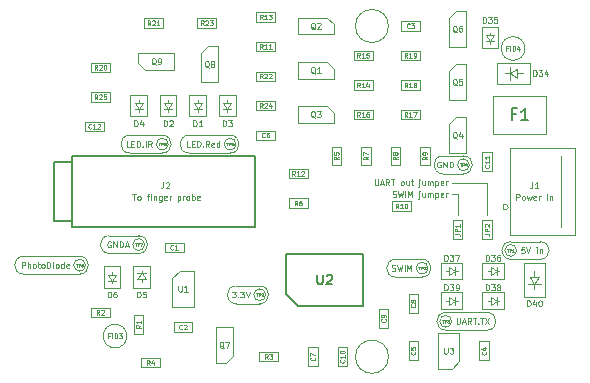
<source format=gbr>
%TF.GenerationSoftware,KiCad,Pcbnew,(5.1.0-0)*%
%TF.CreationDate,2020-07-09T23:17:02+02:00*%
%TF.ProjectId,POxiM-wristcomputer,504f7869-4d2d-4777-9269-7374636f6d70,A*%
%TF.SameCoordinates,Original*%
%TF.FileFunction,Other,Fab,Top*%
%FSLAX46Y46*%
G04 Gerber Fmt 4.6, Leading zero omitted, Abs format (unit mm)*
G04 Created by KiCad (PCBNEW (5.1.0-0)) date 2020-07-09 23:17:02*
%MOMM*%
%LPD*%
G04 APERTURE LIST*
%ADD10C,0.100000*%
%ADD11C,0.127000*%
%ADD12C,0.150000*%
%ADD13C,0.075000*%
%ADD14C,0.037500*%
%ADD15C,0.060000*%
G04 APERTURE END LIST*
D10*
X105750000Y-130750000D02*
X105750000Y-133500000D01*
X102750000Y-130750000D02*
X105750000Y-130750000D01*
X103250000Y-131750000D02*
X102750000Y-131750000D01*
X103250000Y-133500000D02*
X103250000Y-131750000D01*
X105750000Y-143250000D02*
X102250000Y-143250000D01*
X105750000Y-141750000D02*
X102250000Y-141750000D01*
X100250000Y-138750000D02*
X98000000Y-138750000D01*
X100250000Y-137250000D02*
X98000000Y-137250000D01*
X110250000Y-137250000D02*
X107750000Y-137250000D01*
X110250000Y-135750000D02*
X107750000Y-135750000D01*
X103750000Y-130000000D02*
X102000000Y-130000000D01*
X103750000Y-128500000D02*
X102000000Y-128500000D01*
X102000000Y-130000000D02*
G75*
G02X102000000Y-128500000I0J750000D01*
G01*
X103750000Y-128500000D02*
G75*
G02X103750000Y-130000000I0J-750000D01*
G01*
X105750000Y-141750000D02*
G75*
G02X105750000Y-143250000I0J-750000D01*
G01*
X102250000Y-143250000D02*
G75*
G02X102250000Y-141750000I0J750000D01*
G01*
X98000000Y-138750000D02*
G75*
G02X98000000Y-137250000I0J750000D01*
G01*
X100250000Y-137250000D02*
G75*
G02X100250000Y-138750000I0J-750000D01*
G01*
X110250000Y-135750000D02*
G75*
G02X110250000Y-137250000I0J-750000D01*
G01*
X107750000Y-137250000D02*
G75*
G02X107750000Y-135750000I0J750000D01*
G01*
X78250000Y-128250000D02*
X75500000Y-128250000D01*
X78250000Y-126750000D02*
X75500000Y-126750000D01*
X84000000Y-126750000D02*
X80500000Y-126750000D01*
X84000000Y-128250000D02*
X80500000Y-128250000D01*
X80500000Y-128250000D02*
G75*
G02X80500000Y-126750000I0J750000D01*
G01*
X75500000Y-128250000D02*
G75*
G02X75500000Y-126750000I0J750000D01*
G01*
X78250000Y-126750000D02*
G75*
G02X78250000Y-128250000I0J-750000D01*
G01*
X84000000Y-126750000D02*
G75*
G02X84000000Y-128250000I0J-750000D01*
G01*
X86500000Y-141000000D02*
X84500000Y-141000000D01*
X86500000Y-139500000D02*
X84500000Y-139500000D01*
X84500000Y-141000000D02*
G75*
G02X84500000Y-139500000I0J750000D01*
G01*
X86500000Y-139500000D02*
G75*
G02X86500000Y-141000000I0J-750000D01*
G01*
X76250000Y-136750000D02*
X73750000Y-136750000D01*
X76250000Y-135250000D02*
X73750000Y-135250000D01*
X73750000Y-136750000D02*
G75*
G02X73750000Y-135250000I0J750000D01*
G01*
X76250000Y-135250000D02*
G75*
G02X76250000Y-136750000I0J-750000D01*
G01*
X66500000Y-138500000D02*
X71250000Y-138500000D01*
X71250000Y-137000000D02*
X66500000Y-137000000D01*
X66500000Y-138500000D02*
G75*
G02X66500000Y-137000000I0J750000D01*
G01*
X71250000Y-137000000D02*
G75*
G02X71250000Y-138500000I0J-750000D01*
G01*
%TO.C,J1*%
X112000000Y-134500000D02*
X112000000Y-128500000D01*
X113230000Y-135200000D02*
X113230000Y-127800000D01*
X107700000Y-127800000D02*
X113230000Y-127800000D01*
X107700000Y-135200000D02*
X107700000Y-127800000D01*
X113230000Y-135200000D02*
X107700000Y-135200000D01*
X107512500Y-132800000D02*
X107312500Y-133000000D01*
X107312500Y-132600000D02*
X107512500Y-132800000D01*
X107102500Y-132600000D02*
X107312500Y-132600000D01*
X107102500Y-133000000D02*
X107102500Y-132600000D01*
X107102500Y-133000000D02*
X107312500Y-133000000D01*
%TO.C,D40*%
X108850000Y-140400000D02*
X108850000Y-137600000D01*
X108850000Y-137600000D02*
X110650000Y-137600000D01*
X110650000Y-137600000D02*
X110650000Y-140400000D01*
X110650000Y-140400000D02*
X108850000Y-140400000D01*
X109750000Y-139750000D02*
X109750000Y-139350000D01*
X109750000Y-139350000D02*
X109200000Y-139350000D01*
X109750000Y-139350000D02*
X110300000Y-139350000D01*
X109750000Y-139350000D02*
X109350000Y-138750000D01*
X109350000Y-138750000D02*
X110150000Y-138750000D01*
X110150000Y-138750000D02*
X109750000Y-139350000D01*
X109750000Y-138750000D02*
X109750000Y-138250000D01*
%TO.C,D39*%
X103650000Y-141450000D02*
X101850000Y-141450000D01*
X101850000Y-141450000D02*
X101850000Y-140050000D01*
X101850000Y-140050000D02*
X103650000Y-140050000D01*
X103650000Y-140050000D02*
X103650000Y-141450000D01*
X103050000Y-141100000D02*
X103050000Y-140400000D01*
X103050000Y-140750000D02*
X103250000Y-140750000D01*
X103050000Y-140750000D02*
X102550000Y-141100000D01*
X102550000Y-141100000D02*
X102550000Y-140400000D01*
X102550000Y-140400000D02*
X103050000Y-140750000D01*
X102550000Y-140750000D02*
X102300000Y-140750000D01*
%TO.C,D38*%
X107150000Y-141450000D02*
X105350000Y-141450000D01*
X105350000Y-141450000D02*
X105350000Y-140050000D01*
X105350000Y-140050000D02*
X107150000Y-140050000D01*
X107150000Y-140050000D02*
X107150000Y-141450000D01*
X106550000Y-141100000D02*
X106550000Y-140400000D01*
X106550000Y-140750000D02*
X106750000Y-140750000D01*
X106550000Y-140750000D02*
X106050000Y-141100000D01*
X106050000Y-141100000D02*
X106050000Y-140400000D01*
X106050000Y-140400000D02*
X106550000Y-140750000D01*
X106050000Y-140750000D02*
X105800000Y-140750000D01*
%TO.C,D37*%
X103650000Y-138950000D02*
X101850000Y-138950000D01*
X101850000Y-138950000D02*
X101850000Y-137550000D01*
X101850000Y-137550000D02*
X103650000Y-137550000D01*
X103650000Y-137550000D02*
X103650000Y-138950000D01*
X103050000Y-138600000D02*
X103050000Y-137900000D01*
X103050000Y-138250000D02*
X103250000Y-138250000D01*
X103050000Y-138250000D02*
X102550000Y-138600000D01*
X102550000Y-138600000D02*
X102550000Y-137900000D01*
X102550000Y-137900000D02*
X103050000Y-138250000D01*
X102550000Y-138250000D02*
X102300000Y-138250000D01*
%TO.C,D36*%
X107150000Y-138950000D02*
X105350000Y-138950000D01*
X105350000Y-138950000D02*
X105350000Y-137550000D01*
X105350000Y-137550000D02*
X107150000Y-137550000D01*
X107150000Y-137550000D02*
X107150000Y-138950000D01*
X106550000Y-138600000D02*
X106550000Y-137900000D01*
X106550000Y-138250000D02*
X106750000Y-138250000D01*
X106550000Y-138250000D02*
X106050000Y-138600000D01*
X106050000Y-138600000D02*
X106050000Y-137900000D01*
X106050000Y-137900000D02*
X106550000Y-138250000D01*
X106050000Y-138250000D02*
X105800000Y-138250000D01*
%TO.C,D35*%
X105300000Y-119400000D02*
X105300000Y-117600000D01*
X105300000Y-117600000D02*
X106700000Y-117600000D01*
X106700000Y-117600000D02*
X106700000Y-119400000D01*
X106700000Y-119400000D02*
X105300000Y-119400000D01*
X105650000Y-118800000D02*
X106350000Y-118800000D01*
X106000000Y-118800000D02*
X106000000Y-119000000D01*
X106000000Y-118800000D02*
X105650000Y-118300000D01*
X105650000Y-118300000D02*
X106350000Y-118300000D01*
X106350000Y-118300000D02*
X106000000Y-118800000D01*
X106000000Y-118300000D02*
X106000000Y-118050000D01*
%TO.C,D34*%
X106600000Y-120600000D02*
X109400000Y-120600000D01*
X109400000Y-120600000D02*
X109400000Y-122400000D01*
X109400000Y-122400000D02*
X106600000Y-122400000D01*
X106600000Y-122400000D02*
X106600000Y-120600000D01*
X107250000Y-121500000D02*
X107650000Y-121500000D01*
X107650000Y-121500000D02*
X107650000Y-120950000D01*
X107650000Y-121500000D02*
X107650000Y-122050000D01*
X107650000Y-121500000D02*
X108250000Y-121100000D01*
X108250000Y-121100000D02*
X108250000Y-121900000D01*
X108250000Y-121900000D02*
X107650000Y-121500000D01*
X108250000Y-121500000D02*
X108750000Y-121500000D01*
%TO.C,D6*%
X73300000Y-139650000D02*
X73300000Y-137850000D01*
X73300000Y-137850000D02*
X74700000Y-137850000D01*
X74700000Y-137850000D02*
X74700000Y-139650000D01*
X74700000Y-139650000D02*
X73300000Y-139650000D01*
X73650000Y-139050000D02*
X74350000Y-139050000D01*
X74000000Y-139050000D02*
X74000000Y-139250000D01*
X74000000Y-139050000D02*
X73650000Y-138550000D01*
X73650000Y-138550000D02*
X74350000Y-138550000D01*
X74350000Y-138550000D02*
X74000000Y-139050000D01*
X74000000Y-138550000D02*
X74000000Y-138300000D01*
%TO.C,D5*%
X77200000Y-137850000D02*
X77200000Y-139650000D01*
X77200000Y-139650000D02*
X75800000Y-139650000D01*
X75800000Y-139650000D02*
X75800000Y-137850000D01*
X75800000Y-137850000D02*
X77200000Y-137850000D01*
X76850000Y-138450000D02*
X76150000Y-138450000D01*
X76500000Y-138450000D02*
X76500000Y-138250000D01*
X76500000Y-138450000D02*
X76850000Y-138950000D01*
X76850000Y-138950000D02*
X76150000Y-138950000D01*
X76150000Y-138950000D02*
X76500000Y-138450000D01*
X76500000Y-138950000D02*
X76500000Y-139200000D01*
%TO.C,D4*%
X75550000Y-125150000D02*
X75550000Y-123350000D01*
X75550000Y-123350000D02*
X76950000Y-123350000D01*
X76950000Y-123350000D02*
X76950000Y-125150000D01*
X76950000Y-125150000D02*
X75550000Y-125150000D01*
X75900000Y-124550000D02*
X76600000Y-124550000D01*
X76250000Y-124550000D02*
X76250000Y-124750000D01*
X76250000Y-124550000D02*
X75900000Y-124050000D01*
X75900000Y-124050000D02*
X76600000Y-124050000D01*
X76600000Y-124050000D02*
X76250000Y-124550000D01*
X76250000Y-124050000D02*
X76250000Y-123800000D01*
%TO.C,D3*%
X83050000Y-125150000D02*
X83050000Y-123350000D01*
X83050000Y-123350000D02*
X84450000Y-123350000D01*
X84450000Y-123350000D02*
X84450000Y-125150000D01*
X84450000Y-125150000D02*
X83050000Y-125150000D01*
X83400000Y-124550000D02*
X84100000Y-124550000D01*
X83750000Y-124550000D02*
X83750000Y-124750000D01*
X83750000Y-124550000D02*
X83400000Y-124050000D01*
X83400000Y-124050000D02*
X84100000Y-124050000D01*
X84100000Y-124050000D02*
X83750000Y-124550000D01*
X83750000Y-124050000D02*
X83750000Y-123800000D01*
%TO.C,D2*%
X78050000Y-125150000D02*
X78050000Y-123350000D01*
X78050000Y-123350000D02*
X79450000Y-123350000D01*
X79450000Y-123350000D02*
X79450000Y-125150000D01*
X79450000Y-125150000D02*
X78050000Y-125150000D01*
X78400000Y-124550000D02*
X79100000Y-124550000D01*
X78750000Y-124550000D02*
X78750000Y-124750000D01*
X78750000Y-124550000D02*
X78400000Y-124050000D01*
X78400000Y-124050000D02*
X79100000Y-124050000D01*
X79100000Y-124050000D02*
X78750000Y-124550000D01*
X78750000Y-124050000D02*
X78750000Y-123800000D01*
%TO.C,D1*%
X80550000Y-125150000D02*
X80550000Y-123350000D01*
X80550000Y-123350000D02*
X81950000Y-123350000D01*
X81950000Y-123350000D02*
X81950000Y-125150000D01*
X81950000Y-125150000D02*
X80550000Y-125150000D01*
X80900000Y-124550000D02*
X81600000Y-124550000D01*
X81250000Y-124550000D02*
X81250000Y-124750000D01*
X81250000Y-124550000D02*
X80900000Y-124050000D01*
X80900000Y-124050000D02*
X81600000Y-124050000D01*
X81600000Y-124050000D02*
X81250000Y-124550000D01*
X81250000Y-124050000D02*
X81250000Y-123800000D01*
%TO.C,TP9*%
X87000000Y-140250000D02*
G75*
G03X87000000Y-140250000I-500000J0D01*
G01*
%TO.C,TP8*%
X78750000Y-127500000D02*
G75*
G03X78750000Y-127500000I-500000J0D01*
G01*
%TO.C,TP7*%
X76750000Y-136000000D02*
G75*
G03X76750000Y-136000000I-500000J0D01*
G01*
%TO.C,TP6*%
X84500000Y-127500000D02*
G75*
G03X84500000Y-127500000I-500000J0D01*
G01*
%TO.C,TP5*%
X71750000Y-137750000D02*
G75*
G03X71750000Y-137750000I-500000J0D01*
G01*
%TO.C,TP4*%
X104250000Y-129250000D02*
G75*
G03X104250000Y-129250000I-500000J0D01*
G01*
%TO.C,TP3*%
X102750000Y-142500000D02*
G75*
G03X102750000Y-142500000I-500000J0D01*
G01*
%TO.C,TP2*%
X100750000Y-138000000D02*
G75*
G03X100750000Y-138000000I-500000J0D01*
G01*
%TO.C,TP1*%
X108250000Y-136500000D02*
G75*
G03X108250000Y-136500000I-500000J0D01*
G01*
%TO.C,FID4*%
X108950000Y-119400000D02*
G75*
G03X108950000Y-119400000I-1000000J0D01*
G01*
%TO.C,FID3*%
X75250000Y-143750000D02*
G75*
G03X75250000Y-143750000I-1000000J0D01*
G01*
%TO.C,Q8*%
X81550000Y-122270000D02*
X82950000Y-122270000D01*
X82950000Y-119230000D02*
X82950000Y-122270000D01*
X81550000Y-119800000D02*
X82100000Y-119230000D01*
X82100000Y-119230000D02*
X82950000Y-119230000D01*
X81550000Y-119800000D02*
X81550000Y-122250000D01*
D11*
%TO.C,J2*%
X70600000Y-128500000D02*
X70600000Y-129000000D01*
X70600000Y-129000000D02*
X70600000Y-134000000D01*
X70600000Y-134000000D02*
X70600000Y-134500000D01*
X70600000Y-134500000D02*
X86100000Y-134500000D01*
X86100000Y-134500000D02*
X86100000Y-128500000D01*
X86100000Y-128500000D02*
X70600000Y-128500000D01*
X70600000Y-129000000D02*
X69100000Y-129000000D01*
X69100000Y-129000000D02*
X69100000Y-134000000D01*
X69100000Y-134000000D02*
X70600000Y-134000000D01*
D10*
%TO.C,C12*%
X73300000Y-125600000D02*
X73300000Y-126400000D01*
X73300000Y-126400000D02*
X71700000Y-126400000D01*
X71700000Y-126400000D02*
X71700000Y-125600000D01*
X71700000Y-125600000D02*
X73300000Y-125600000D01*
%TO.C,U3*%
X101600000Y-146550000D02*
X101600000Y-143450000D01*
X101600000Y-143450000D02*
X103400000Y-143450000D01*
X103400000Y-145900000D02*
X103400000Y-143450000D01*
X101600000Y-146550000D02*
X102750000Y-146550000D01*
X103400000Y-145900000D02*
X102750000Y-146550000D01*
%TO.C,C9*%
X97400000Y-143050000D02*
X96600000Y-143050000D01*
X96600000Y-143050000D02*
X96600000Y-141450000D01*
X96600000Y-141450000D02*
X97400000Y-141450000D01*
X97400000Y-141450000D02*
X97400000Y-143050000D01*
%TO.C,C1*%
X80050000Y-135850000D02*
X80050000Y-136650000D01*
X80050000Y-136650000D02*
X78450000Y-136650000D01*
X78450000Y-136650000D02*
X78450000Y-135850000D01*
X78450000Y-135850000D02*
X80050000Y-135850000D01*
%TO.C,C11*%
X105350000Y-128200000D02*
X106150000Y-128200000D01*
X106150000Y-128200000D02*
X106150000Y-129800000D01*
X106150000Y-129800000D02*
X105350000Y-129800000D01*
X105350000Y-129800000D02*
X105350000Y-128200000D01*
%TO.C,C6*%
X86200000Y-127150000D02*
X86200000Y-126350000D01*
X86200000Y-126350000D02*
X87800000Y-126350000D01*
X87800000Y-126350000D02*
X87800000Y-127150000D01*
X87800000Y-127150000D02*
X86200000Y-127150000D01*
%TO.C,C10*%
X93100000Y-144700000D02*
X93900000Y-144700000D01*
X93900000Y-144700000D02*
X93900000Y-146300000D01*
X93900000Y-146300000D02*
X93100000Y-146300000D01*
X93100000Y-146300000D02*
X93100000Y-144700000D01*
%TO.C,C8*%
X99900000Y-141800000D02*
X99100000Y-141800000D01*
X99100000Y-141800000D02*
X99100000Y-140200000D01*
X99100000Y-140200000D02*
X99900000Y-140200000D01*
X99900000Y-140200000D02*
X99900000Y-141800000D01*
%TO.C,C7*%
X90600000Y-144700000D02*
X91400000Y-144700000D01*
X91400000Y-144700000D02*
X91400000Y-146300000D01*
X91400000Y-146300000D02*
X90600000Y-146300000D01*
X90600000Y-146300000D02*
X90600000Y-144700000D01*
%TO.C,C5*%
X99900000Y-145800000D02*
X99100000Y-145800000D01*
X99100000Y-145800000D02*
X99100000Y-144200000D01*
X99100000Y-144200000D02*
X99900000Y-144200000D01*
X99900000Y-144200000D02*
X99900000Y-145800000D01*
%TO.C,C4*%
X105900000Y-145800000D02*
X105100000Y-145800000D01*
X105100000Y-145800000D02*
X105100000Y-144200000D01*
X105100000Y-144200000D02*
X105900000Y-144200000D01*
X105900000Y-144200000D02*
X105900000Y-145800000D01*
%TO.C,C3*%
X100050000Y-117100000D02*
X100050000Y-117900000D01*
X100050000Y-117900000D02*
X98450000Y-117900000D01*
X98450000Y-117900000D02*
X98450000Y-117100000D01*
X98450000Y-117100000D02*
X100050000Y-117100000D01*
%TO.C,C2*%
X80800000Y-142600000D02*
X80800000Y-143400000D01*
X80800000Y-143400000D02*
X79200000Y-143400000D01*
X79200000Y-143400000D02*
X79200000Y-142600000D01*
X79200000Y-142600000D02*
X80800000Y-142600000D01*
%TO.C,Q5*%
X102550000Y-123770000D02*
X103950000Y-123770000D01*
X103950000Y-120730000D02*
X103950000Y-123770000D01*
X102550000Y-121300000D02*
X103100000Y-120730000D01*
X103100000Y-120730000D02*
X103950000Y-120730000D01*
X102550000Y-121300000D02*
X102550000Y-123750000D01*
%TO.C,R25*%
X73800000Y-123900000D02*
X72200000Y-123900000D01*
X73800000Y-123100000D02*
X73800000Y-123900000D01*
X72200000Y-123100000D02*
X73800000Y-123100000D01*
X72200000Y-123900000D02*
X72200000Y-123100000D01*
%TO.C,R24*%
X86200000Y-123850000D02*
X87800000Y-123850000D01*
X86200000Y-124650000D02*
X86200000Y-123850000D01*
X87800000Y-124650000D02*
X86200000Y-124650000D01*
X87800000Y-123850000D02*
X87800000Y-124650000D01*
%TO.C,R23*%
X81200000Y-116850000D02*
X82800000Y-116850000D01*
X81200000Y-117650000D02*
X81200000Y-116850000D01*
X82800000Y-117650000D02*
X81200000Y-117650000D01*
X82800000Y-116850000D02*
X82800000Y-117650000D01*
%TO.C,R22*%
X86200000Y-121350000D02*
X87800000Y-121350000D01*
X86200000Y-122150000D02*
X86200000Y-121350000D01*
X87800000Y-122150000D02*
X86200000Y-122150000D01*
X87800000Y-121350000D02*
X87800000Y-122150000D01*
%TO.C,R21*%
X78300000Y-117650000D02*
X76700000Y-117650000D01*
X78300000Y-116850000D02*
X78300000Y-117650000D01*
X76700000Y-116850000D02*
X78300000Y-116850000D01*
X76700000Y-117650000D02*
X76700000Y-116850000D01*
%TO.C,R20*%
X73800000Y-121400000D02*
X72200000Y-121400000D01*
X73800000Y-120600000D02*
X73800000Y-121400000D01*
X72200000Y-120600000D02*
X73800000Y-120600000D01*
X72200000Y-121400000D02*
X72200000Y-120600000D01*
%TO.C,R19*%
X100050000Y-120400000D02*
X98450000Y-120400000D01*
X100050000Y-119600000D02*
X100050000Y-120400000D01*
X98450000Y-119600000D02*
X100050000Y-119600000D01*
X98450000Y-120400000D02*
X98450000Y-119600000D01*
%TO.C,R18*%
X100050000Y-122900000D02*
X98450000Y-122900000D01*
X100050000Y-122100000D02*
X100050000Y-122900000D01*
X98450000Y-122100000D02*
X100050000Y-122100000D01*
X98450000Y-122900000D02*
X98450000Y-122100000D01*
%TO.C,R17*%
X100050000Y-125400000D02*
X98450000Y-125400000D01*
X100050000Y-124600000D02*
X100050000Y-125400000D01*
X98450000Y-124600000D02*
X100050000Y-124600000D01*
X98450000Y-125400000D02*
X98450000Y-124600000D01*
%TO.C,R16*%
X94450000Y-124600000D02*
X96050000Y-124600000D01*
X94450000Y-125400000D02*
X94450000Y-124600000D01*
X96050000Y-125400000D02*
X94450000Y-125400000D01*
X96050000Y-124600000D02*
X96050000Y-125400000D01*
%TO.C,R15*%
X94450000Y-119600000D02*
X96050000Y-119600000D01*
X94450000Y-120400000D02*
X94450000Y-119600000D01*
X96050000Y-120400000D02*
X94450000Y-120400000D01*
X96050000Y-119600000D02*
X96050000Y-120400000D01*
%TO.C,R14*%
X94450000Y-122100000D02*
X96050000Y-122100000D01*
X94450000Y-122900000D02*
X94450000Y-122100000D01*
X96050000Y-122900000D02*
X94450000Y-122900000D01*
X96050000Y-122100000D02*
X96050000Y-122900000D01*
%TO.C,R13*%
X87800000Y-117150000D02*
X86200000Y-117150000D01*
X87800000Y-116350000D02*
X87800000Y-117150000D01*
X86200000Y-116350000D02*
X87800000Y-116350000D01*
X86200000Y-117150000D02*
X86200000Y-116350000D01*
%TO.C,R12*%
X88950000Y-130400000D02*
X88950000Y-129600000D01*
X88950000Y-129600000D02*
X90550000Y-129600000D01*
X90550000Y-129600000D02*
X90550000Y-130400000D01*
X90550000Y-130400000D02*
X88950000Y-130400000D01*
%TO.C,R11*%
X86200000Y-118850000D02*
X87800000Y-118850000D01*
X86200000Y-119650000D02*
X86200000Y-118850000D01*
X87800000Y-119650000D02*
X86200000Y-119650000D01*
X87800000Y-118850000D02*
X87800000Y-119650000D01*
%TO.C,R10*%
X99300000Y-133150000D02*
X97700000Y-133150000D01*
X99300000Y-132350000D02*
X99300000Y-133150000D01*
X97700000Y-132350000D02*
X99300000Y-132350000D01*
X97700000Y-133150000D02*
X97700000Y-132350000D01*
%TO.C,R9*%
X100900000Y-127700000D02*
X100900000Y-129300000D01*
X100100000Y-127700000D02*
X100900000Y-127700000D01*
X100100000Y-129300000D02*
X100100000Y-127700000D01*
X100900000Y-129300000D02*
X100100000Y-129300000D01*
%TO.C,R8*%
X98400000Y-127700000D02*
X98400000Y-129300000D01*
X97600000Y-127700000D02*
X98400000Y-127700000D01*
X97600000Y-129300000D02*
X97600000Y-127700000D01*
X98400000Y-129300000D02*
X97600000Y-129300000D01*
%TO.C,R7*%
X95900000Y-127700000D02*
X95900000Y-129300000D01*
X95100000Y-127700000D02*
X95900000Y-127700000D01*
X95100000Y-129300000D02*
X95100000Y-127700000D01*
X95900000Y-129300000D02*
X95100000Y-129300000D01*
%TO.C,R6*%
X88950000Y-132900000D02*
X88950000Y-132100000D01*
X88950000Y-132100000D02*
X90550000Y-132100000D01*
X90550000Y-132100000D02*
X90550000Y-132900000D01*
X90550000Y-132900000D02*
X88950000Y-132900000D01*
%TO.C,R5*%
X93400000Y-127700000D02*
X93400000Y-129300000D01*
X92600000Y-127700000D02*
X93400000Y-127700000D01*
X92600000Y-129300000D02*
X92600000Y-127700000D01*
X93400000Y-129300000D02*
X92600000Y-129300000D01*
%TO.C,R4*%
X78050000Y-146400000D02*
X76450000Y-146400000D01*
X78050000Y-145600000D02*
X78050000Y-146400000D01*
X76450000Y-145600000D02*
X78050000Y-145600000D01*
X76450000Y-146400000D02*
X76450000Y-145600000D01*
%TO.C,R3*%
X88050000Y-145900000D02*
X86450000Y-145900000D01*
X88050000Y-145100000D02*
X88050000Y-145900000D01*
X86450000Y-145100000D02*
X88050000Y-145100000D01*
X86450000Y-145900000D02*
X86450000Y-145100000D01*
%TO.C,R2*%
X73800000Y-142150000D02*
X72200000Y-142150000D01*
X73800000Y-141350000D02*
X73800000Y-142150000D01*
X72200000Y-141350000D02*
X73800000Y-141350000D01*
X72200000Y-142150000D02*
X72200000Y-141350000D01*
%TO.C,R1*%
X76650000Y-141950000D02*
X76650000Y-143550000D01*
X75850000Y-141950000D02*
X76650000Y-141950000D01*
X75850000Y-143550000D02*
X75850000Y-141950000D01*
X76650000Y-143550000D02*
X75850000Y-143550000D01*
%TO.C,JP2*%
X106150000Y-133950000D02*
X106150000Y-135550000D01*
X105350000Y-133950000D02*
X106150000Y-133950000D01*
X105350000Y-135550000D02*
X105350000Y-133950000D01*
X106150000Y-135550000D02*
X105350000Y-135550000D01*
%TO.C,JP1*%
X103650000Y-133950000D02*
X103650000Y-135550000D01*
X102850000Y-133950000D02*
X103650000Y-133950000D01*
X102850000Y-135550000D02*
X102850000Y-133950000D01*
X103650000Y-135550000D02*
X102850000Y-135550000D01*
%TO.C,H6*%
X97400000Y-145500000D02*
G75*
G03X97400000Y-145500000I-1400000J0D01*
G01*
%TO.C,H5*%
X97400000Y-117500000D02*
G75*
G03X97400000Y-117500000I-1400000J0D01*
G01*
%TO.C,Q9*%
X79270000Y-121200000D02*
X79270000Y-119800000D01*
X76230000Y-119800000D02*
X79270000Y-119800000D01*
X76800000Y-121200000D02*
X76230000Y-120650000D01*
X76230000Y-120650000D02*
X76230000Y-119800000D01*
X76800000Y-121200000D02*
X79250000Y-121200000D01*
%TO.C,Q7*%
X84200000Y-142980000D02*
X82800000Y-142980000D01*
X82800000Y-146020000D02*
X82800000Y-142980000D01*
X84200000Y-145450000D02*
X83650000Y-146020000D01*
X83650000Y-146020000D02*
X82800000Y-146020000D01*
X84200000Y-145450000D02*
X84200000Y-143000000D01*
%TO.C,Q6*%
X102550000Y-119270000D02*
X103950000Y-119270000D01*
X103950000Y-116230000D02*
X103950000Y-119270000D01*
X102550000Y-116800000D02*
X103100000Y-116230000D01*
X103100000Y-116230000D02*
X103950000Y-116230000D01*
X102550000Y-116800000D02*
X102550000Y-119250000D01*
%TO.C,Q4*%
X102550000Y-128270000D02*
X103950000Y-128270000D01*
X103950000Y-125230000D02*
X103950000Y-128270000D01*
X102550000Y-125800000D02*
X103100000Y-125230000D01*
X103100000Y-125230000D02*
X103950000Y-125230000D01*
X102550000Y-125800000D02*
X102550000Y-128250000D01*
%TO.C,Q3*%
X89730000Y-124300000D02*
X89730000Y-125700000D01*
X92770000Y-125700000D02*
X89730000Y-125700000D01*
X92200000Y-124300000D02*
X92770000Y-124850000D01*
X92770000Y-124850000D02*
X92770000Y-125700000D01*
X92200000Y-124300000D02*
X89750000Y-124300000D01*
%TO.C,Q2*%
X89730000Y-116800000D02*
X89730000Y-118200000D01*
X92770000Y-118200000D02*
X89730000Y-118200000D01*
X92200000Y-116800000D02*
X92770000Y-117350000D01*
X92770000Y-117350000D02*
X92770000Y-118200000D01*
X92200000Y-116800000D02*
X89750000Y-116800000D01*
%TO.C,Q1*%
X89730000Y-120550000D02*
X89730000Y-121950000D01*
X92770000Y-121950000D02*
X89730000Y-121950000D01*
X92200000Y-120550000D02*
X92770000Y-121100000D01*
X92770000Y-121100000D02*
X92770000Y-121950000D01*
X92200000Y-120550000D02*
X89750000Y-120550000D01*
%TO.C,F1*%
X110750000Y-126600000D02*
X106250000Y-126600000D01*
X110750000Y-123400000D02*
X110750000Y-126600000D01*
X106250000Y-123400000D02*
X110750000Y-123400000D01*
X106250000Y-126600000D02*
X106250000Y-123400000D01*
D12*
%TO.C,U2*%
X89750000Y-141200000D02*
X88750000Y-140200000D01*
X95250000Y-141200000D02*
X89750000Y-141200000D01*
X95250000Y-136800000D02*
X95250000Y-141200000D01*
X88750000Y-136800000D02*
X95250000Y-136800000D01*
X88750000Y-140200000D02*
X88750000Y-136800000D01*
D10*
%TO.C,U1*%
X80900000Y-138200000D02*
X80900000Y-141300000D01*
X80900000Y-141300000D02*
X79100000Y-141300000D01*
X79100000Y-138850000D02*
X79100000Y-141300000D01*
X80900000Y-138200000D02*
X79750000Y-138200000D01*
X79100000Y-138850000D02*
X79750000Y-138200000D01*
%TD*%
%TO.C,J1*%
D13*
X109583333Y-130726190D02*
X109583333Y-131083333D01*
X109559523Y-131154761D01*
X109511904Y-131202380D01*
X109440476Y-131226190D01*
X109392857Y-131226190D01*
X110083333Y-131226190D02*
X109797619Y-131226190D01*
X109940476Y-131226190D02*
X109940476Y-130726190D01*
X109892857Y-130797619D01*
X109845238Y-130845238D01*
X109797619Y-130869047D01*
X108226190Y-132226190D02*
X108226190Y-131726190D01*
X108416666Y-131726190D01*
X108464285Y-131750000D01*
X108488095Y-131773809D01*
X108511904Y-131821428D01*
X108511904Y-131892857D01*
X108488095Y-131940476D01*
X108464285Y-131964285D01*
X108416666Y-131988095D01*
X108226190Y-131988095D01*
X108797619Y-132226190D02*
X108750000Y-132202380D01*
X108726190Y-132178571D01*
X108702380Y-132130952D01*
X108702380Y-131988095D01*
X108726190Y-131940476D01*
X108750000Y-131916666D01*
X108797619Y-131892857D01*
X108869047Y-131892857D01*
X108916666Y-131916666D01*
X108940476Y-131940476D01*
X108964285Y-131988095D01*
X108964285Y-132130952D01*
X108940476Y-132178571D01*
X108916666Y-132202380D01*
X108869047Y-132226190D01*
X108797619Y-132226190D01*
X109130952Y-131892857D02*
X109226190Y-132226190D01*
X109321428Y-131988095D01*
X109416666Y-132226190D01*
X109511904Y-131892857D01*
X109892857Y-132202380D02*
X109845238Y-132226190D01*
X109750000Y-132226190D01*
X109702380Y-132202380D01*
X109678571Y-132154761D01*
X109678571Y-131964285D01*
X109702380Y-131916666D01*
X109750000Y-131892857D01*
X109845238Y-131892857D01*
X109892857Y-131916666D01*
X109916666Y-131964285D01*
X109916666Y-132011904D01*
X109678571Y-132059523D01*
X110130952Y-132226190D02*
X110130952Y-131892857D01*
X110130952Y-131988095D02*
X110154761Y-131940476D01*
X110178571Y-131916666D01*
X110226190Y-131892857D01*
X110273809Y-131892857D01*
X110821428Y-132226190D02*
X110821428Y-131892857D01*
X110821428Y-131726190D02*
X110797619Y-131750000D01*
X110821428Y-131773809D01*
X110845238Y-131750000D01*
X110821428Y-131726190D01*
X110821428Y-131773809D01*
X111059523Y-131892857D02*
X111059523Y-132226190D01*
X111059523Y-131940476D02*
X111083333Y-131916666D01*
X111130952Y-131892857D01*
X111202380Y-131892857D01*
X111250000Y-131916666D01*
X111273809Y-131964285D01*
X111273809Y-132226190D01*
%TO.C,D40*%
X109142857Y-141226190D02*
X109142857Y-140726190D01*
X109261904Y-140726190D01*
X109333333Y-140750000D01*
X109380952Y-140797619D01*
X109404761Y-140845238D01*
X109428571Y-140940476D01*
X109428571Y-141011904D01*
X109404761Y-141107142D01*
X109380952Y-141154761D01*
X109333333Y-141202380D01*
X109261904Y-141226190D01*
X109142857Y-141226190D01*
X109857142Y-140892857D02*
X109857142Y-141226190D01*
X109738095Y-140702380D02*
X109619047Y-141059523D01*
X109928571Y-141059523D01*
X110214285Y-140726190D02*
X110261904Y-140726190D01*
X110309523Y-140750000D01*
X110333333Y-140773809D01*
X110357142Y-140821428D01*
X110380952Y-140916666D01*
X110380952Y-141035714D01*
X110357142Y-141130952D01*
X110333333Y-141178571D01*
X110309523Y-141202380D01*
X110261904Y-141226190D01*
X110214285Y-141226190D01*
X110166666Y-141202380D01*
X110142857Y-141178571D01*
X110119047Y-141130952D01*
X110095238Y-141035714D01*
X110095238Y-140916666D01*
X110119047Y-140821428D01*
X110142857Y-140773809D01*
X110166666Y-140750000D01*
X110214285Y-140726190D01*
%TO.C,D39*%
X102142857Y-139876190D02*
X102142857Y-139376190D01*
X102261904Y-139376190D01*
X102333333Y-139400000D01*
X102380952Y-139447619D01*
X102404761Y-139495238D01*
X102428571Y-139590476D01*
X102428571Y-139661904D01*
X102404761Y-139757142D01*
X102380952Y-139804761D01*
X102333333Y-139852380D01*
X102261904Y-139876190D01*
X102142857Y-139876190D01*
X102595238Y-139376190D02*
X102904761Y-139376190D01*
X102738095Y-139566666D01*
X102809523Y-139566666D01*
X102857142Y-139590476D01*
X102880952Y-139614285D01*
X102904761Y-139661904D01*
X102904761Y-139780952D01*
X102880952Y-139828571D01*
X102857142Y-139852380D01*
X102809523Y-139876190D01*
X102666666Y-139876190D01*
X102619047Y-139852380D01*
X102595238Y-139828571D01*
X103142857Y-139876190D02*
X103238095Y-139876190D01*
X103285714Y-139852380D01*
X103309523Y-139828571D01*
X103357142Y-139757142D01*
X103380952Y-139661904D01*
X103380952Y-139471428D01*
X103357142Y-139423809D01*
X103333333Y-139400000D01*
X103285714Y-139376190D01*
X103190476Y-139376190D01*
X103142857Y-139400000D01*
X103119047Y-139423809D01*
X103095238Y-139471428D01*
X103095238Y-139590476D01*
X103119047Y-139638095D01*
X103142857Y-139661904D01*
X103190476Y-139685714D01*
X103285714Y-139685714D01*
X103333333Y-139661904D01*
X103357142Y-139638095D01*
X103380952Y-139590476D01*
%TO.C,D38*%
X105642857Y-139876190D02*
X105642857Y-139376190D01*
X105761904Y-139376190D01*
X105833333Y-139400000D01*
X105880952Y-139447619D01*
X105904761Y-139495238D01*
X105928571Y-139590476D01*
X105928571Y-139661904D01*
X105904761Y-139757142D01*
X105880952Y-139804761D01*
X105833333Y-139852380D01*
X105761904Y-139876190D01*
X105642857Y-139876190D01*
X106095238Y-139376190D02*
X106404761Y-139376190D01*
X106238095Y-139566666D01*
X106309523Y-139566666D01*
X106357142Y-139590476D01*
X106380952Y-139614285D01*
X106404761Y-139661904D01*
X106404761Y-139780952D01*
X106380952Y-139828571D01*
X106357142Y-139852380D01*
X106309523Y-139876190D01*
X106166666Y-139876190D01*
X106119047Y-139852380D01*
X106095238Y-139828571D01*
X106690476Y-139590476D02*
X106642857Y-139566666D01*
X106619047Y-139542857D01*
X106595238Y-139495238D01*
X106595238Y-139471428D01*
X106619047Y-139423809D01*
X106642857Y-139400000D01*
X106690476Y-139376190D01*
X106785714Y-139376190D01*
X106833333Y-139400000D01*
X106857142Y-139423809D01*
X106880952Y-139471428D01*
X106880952Y-139495238D01*
X106857142Y-139542857D01*
X106833333Y-139566666D01*
X106785714Y-139590476D01*
X106690476Y-139590476D01*
X106642857Y-139614285D01*
X106619047Y-139638095D01*
X106595238Y-139685714D01*
X106595238Y-139780952D01*
X106619047Y-139828571D01*
X106642857Y-139852380D01*
X106690476Y-139876190D01*
X106785714Y-139876190D01*
X106833333Y-139852380D01*
X106857142Y-139828571D01*
X106880952Y-139780952D01*
X106880952Y-139685714D01*
X106857142Y-139638095D01*
X106833333Y-139614285D01*
X106785714Y-139590476D01*
%TO.C,D37*%
X102142857Y-137376190D02*
X102142857Y-136876190D01*
X102261904Y-136876190D01*
X102333333Y-136900000D01*
X102380952Y-136947619D01*
X102404761Y-136995238D01*
X102428571Y-137090476D01*
X102428571Y-137161904D01*
X102404761Y-137257142D01*
X102380952Y-137304761D01*
X102333333Y-137352380D01*
X102261904Y-137376190D01*
X102142857Y-137376190D01*
X102595238Y-136876190D02*
X102904761Y-136876190D01*
X102738095Y-137066666D01*
X102809523Y-137066666D01*
X102857142Y-137090476D01*
X102880952Y-137114285D01*
X102904761Y-137161904D01*
X102904761Y-137280952D01*
X102880952Y-137328571D01*
X102857142Y-137352380D01*
X102809523Y-137376190D01*
X102666666Y-137376190D01*
X102619047Y-137352380D01*
X102595238Y-137328571D01*
X103071428Y-136876190D02*
X103404761Y-136876190D01*
X103190476Y-137376190D01*
%TO.C,D36*%
X105642857Y-137376190D02*
X105642857Y-136876190D01*
X105761904Y-136876190D01*
X105833333Y-136900000D01*
X105880952Y-136947619D01*
X105904761Y-136995238D01*
X105928571Y-137090476D01*
X105928571Y-137161904D01*
X105904761Y-137257142D01*
X105880952Y-137304761D01*
X105833333Y-137352380D01*
X105761904Y-137376190D01*
X105642857Y-137376190D01*
X106095238Y-136876190D02*
X106404761Y-136876190D01*
X106238095Y-137066666D01*
X106309523Y-137066666D01*
X106357142Y-137090476D01*
X106380952Y-137114285D01*
X106404761Y-137161904D01*
X106404761Y-137280952D01*
X106380952Y-137328571D01*
X106357142Y-137352380D01*
X106309523Y-137376190D01*
X106166666Y-137376190D01*
X106119047Y-137352380D01*
X106095238Y-137328571D01*
X106833333Y-136876190D02*
X106738095Y-136876190D01*
X106690476Y-136900000D01*
X106666666Y-136923809D01*
X106619047Y-136995238D01*
X106595238Y-137090476D01*
X106595238Y-137280952D01*
X106619047Y-137328571D01*
X106642857Y-137352380D01*
X106690476Y-137376190D01*
X106785714Y-137376190D01*
X106833333Y-137352380D01*
X106857142Y-137328571D01*
X106880952Y-137280952D01*
X106880952Y-137161904D01*
X106857142Y-137114285D01*
X106833333Y-137090476D01*
X106785714Y-137066666D01*
X106690476Y-137066666D01*
X106642857Y-137090476D01*
X106619047Y-137114285D01*
X106595238Y-137161904D01*
%TO.C,D35*%
X105392857Y-117226190D02*
X105392857Y-116726190D01*
X105511904Y-116726190D01*
X105583333Y-116750000D01*
X105630952Y-116797619D01*
X105654761Y-116845238D01*
X105678571Y-116940476D01*
X105678571Y-117011904D01*
X105654761Y-117107142D01*
X105630952Y-117154761D01*
X105583333Y-117202380D01*
X105511904Y-117226190D01*
X105392857Y-117226190D01*
X105845238Y-116726190D02*
X106154761Y-116726190D01*
X105988095Y-116916666D01*
X106059523Y-116916666D01*
X106107142Y-116940476D01*
X106130952Y-116964285D01*
X106154761Y-117011904D01*
X106154761Y-117130952D01*
X106130952Y-117178571D01*
X106107142Y-117202380D01*
X106059523Y-117226190D01*
X105916666Y-117226190D01*
X105869047Y-117202380D01*
X105845238Y-117178571D01*
X106607142Y-116726190D02*
X106369047Y-116726190D01*
X106345238Y-116964285D01*
X106369047Y-116940476D01*
X106416666Y-116916666D01*
X106535714Y-116916666D01*
X106583333Y-116940476D01*
X106607142Y-116964285D01*
X106630952Y-117011904D01*
X106630952Y-117130952D01*
X106607142Y-117178571D01*
X106583333Y-117202380D01*
X106535714Y-117226190D01*
X106416666Y-117226190D01*
X106369047Y-117202380D01*
X106345238Y-117178571D01*
%TO.C,D34*%
X109667797Y-121726190D02*
X109667797Y-121226190D01*
X109786845Y-121226190D01*
X109858273Y-121250000D01*
X109905892Y-121297619D01*
X109929702Y-121345238D01*
X109953511Y-121440476D01*
X109953511Y-121511904D01*
X109929702Y-121607142D01*
X109905892Y-121654761D01*
X109858273Y-121702380D01*
X109786845Y-121726190D01*
X109667797Y-121726190D01*
X110120178Y-121226190D02*
X110429702Y-121226190D01*
X110263035Y-121416666D01*
X110334464Y-121416666D01*
X110382083Y-121440476D01*
X110405892Y-121464285D01*
X110429702Y-121511904D01*
X110429702Y-121630952D01*
X110405892Y-121678571D01*
X110382083Y-121702380D01*
X110334464Y-121726190D01*
X110191607Y-121726190D01*
X110143988Y-121702380D01*
X110120178Y-121678571D01*
X110858273Y-121392857D02*
X110858273Y-121726190D01*
X110739226Y-121202380D02*
X110620178Y-121559523D01*
X110929702Y-121559523D01*
%TO.C,D6*%
X73630952Y-140476190D02*
X73630952Y-139976190D01*
X73750000Y-139976190D01*
X73821428Y-140000000D01*
X73869047Y-140047619D01*
X73892857Y-140095238D01*
X73916666Y-140190476D01*
X73916666Y-140261904D01*
X73892857Y-140357142D01*
X73869047Y-140404761D01*
X73821428Y-140452380D01*
X73750000Y-140476190D01*
X73630952Y-140476190D01*
X74345238Y-139976190D02*
X74250000Y-139976190D01*
X74202380Y-140000000D01*
X74178571Y-140023809D01*
X74130952Y-140095238D01*
X74107142Y-140190476D01*
X74107142Y-140380952D01*
X74130952Y-140428571D01*
X74154761Y-140452380D01*
X74202380Y-140476190D01*
X74297619Y-140476190D01*
X74345238Y-140452380D01*
X74369047Y-140428571D01*
X74392857Y-140380952D01*
X74392857Y-140261904D01*
X74369047Y-140214285D01*
X74345238Y-140190476D01*
X74297619Y-140166666D01*
X74202380Y-140166666D01*
X74154761Y-140190476D01*
X74130952Y-140214285D01*
X74107142Y-140261904D01*
%TO.C,D5*%
X76130952Y-140476190D02*
X76130952Y-139976190D01*
X76250000Y-139976190D01*
X76321428Y-140000000D01*
X76369047Y-140047619D01*
X76392857Y-140095238D01*
X76416666Y-140190476D01*
X76416666Y-140261904D01*
X76392857Y-140357142D01*
X76369047Y-140404761D01*
X76321428Y-140452380D01*
X76250000Y-140476190D01*
X76130952Y-140476190D01*
X76869047Y-139976190D02*
X76630952Y-139976190D01*
X76607142Y-140214285D01*
X76630952Y-140190476D01*
X76678571Y-140166666D01*
X76797619Y-140166666D01*
X76845238Y-140190476D01*
X76869047Y-140214285D01*
X76892857Y-140261904D01*
X76892857Y-140380952D01*
X76869047Y-140428571D01*
X76845238Y-140452380D01*
X76797619Y-140476190D01*
X76678571Y-140476190D01*
X76630952Y-140452380D01*
X76607142Y-140428571D01*
%TO.C,D4*%
X75880952Y-125976190D02*
X75880952Y-125476190D01*
X76000000Y-125476190D01*
X76071428Y-125500000D01*
X76119047Y-125547619D01*
X76142857Y-125595238D01*
X76166666Y-125690476D01*
X76166666Y-125761904D01*
X76142857Y-125857142D01*
X76119047Y-125904761D01*
X76071428Y-125952380D01*
X76000000Y-125976190D01*
X75880952Y-125976190D01*
X76595238Y-125642857D02*
X76595238Y-125976190D01*
X76476190Y-125452380D02*
X76357142Y-125809523D01*
X76666666Y-125809523D01*
%TO.C,D3*%
X83380952Y-125976190D02*
X83380952Y-125476190D01*
X83500000Y-125476190D01*
X83571428Y-125500000D01*
X83619047Y-125547619D01*
X83642857Y-125595238D01*
X83666666Y-125690476D01*
X83666666Y-125761904D01*
X83642857Y-125857142D01*
X83619047Y-125904761D01*
X83571428Y-125952380D01*
X83500000Y-125976190D01*
X83380952Y-125976190D01*
X83833333Y-125476190D02*
X84142857Y-125476190D01*
X83976190Y-125666666D01*
X84047619Y-125666666D01*
X84095238Y-125690476D01*
X84119047Y-125714285D01*
X84142857Y-125761904D01*
X84142857Y-125880952D01*
X84119047Y-125928571D01*
X84095238Y-125952380D01*
X84047619Y-125976190D01*
X83904761Y-125976190D01*
X83857142Y-125952380D01*
X83833333Y-125928571D01*
%TO.C,D2*%
X78380952Y-125976190D02*
X78380952Y-125476190D01*
X78500000Y-125476190D01*
X78571428Y-125500000D01*
X78619047Y-125547619D01*
X78642857Y-125595238D01*
X78666666Y-125690476D01*
X78666666Y-125761904D01*
X78642857Y-125857142D01*
X78619047Y-125904761D01*
X78571428Y-125952380D01*
X78500000Y-125976190D01*
X78380952Y-125976190D01*
X78857142Y-125523809D02*
X78880952Y-125500000D01*
X78928571Y-125476190D01*
X79047619Y-125476190D01*
X79095238Y-125500000D01*
X79119047Y-125523809D01*
X79142857Y-125571428D01*
X79142857Y-125619047D01*
X79119047Y-125690476D01*
X78833333Y-125976190D01*
X79142857Y-125976190D01*
%TO.C,D1*%
X80880952Y-125976190D02*
X80880952Y-125476190D01*
X81000000Y-125476190D01*
X81071428Y-125500000D01*
X81119047Y-125547619D01*
X81142857Y-125595238D01*
X81166666Y-125690476D01*
X81166666Y-125761904D01*
X81142857Y-125857142D01*
X81119047Y-125904761D01*
X81071428Y-125952380D01*
X81000000Y-125976190D01*
X80880952Y-125976190D01*
X81642857Y-125976190D02*
X81357142Y-125976190D01*
X81500000Y-125976190D02*
X81500000Y-125476190D01*
X81452380Y-125547619D01*
X81404761Y-125595238D01*
X81357142Y-125619047D01*
%TO.C,TP9*%
X84153630Y-139976190D02*
X84463154Y-139976190D01*
X84296488Y-140166666D01*
X84367916Y-140166666D01*
X84415535Y-140190476D01*
X84439345Y-140214285D01*
X84463154Y-140261904D01*
X84463154Y-140380952D01*
X84439345Y-140428571D01*
X84415535Y-140452380D01*
X84367916Y-140476190D01*
X84225059Y-140476190D01*
X84177440Y-140452380D01*
X84153630Y-140428571D01*
X84677440Y-140428571D02*
X84701250Y-140452380D01*
X84677440Y-140476190D01*
X84653630Y-140452380D01*
X84677440Y-140428571D01*
X84677440Y-140476190D01*
X84867916Y-139976190D02*
X85177440Y-139976190D01*
X85010773Y-140166666D01*
X85082202Y-140166666D01*
X85129821Y-140190476D01*
X85153630Y-140214285D01*
X85177440Y-140261904D01*
X85177440Y-140380952D01*
X85153630Y-140428571D01*
X85129821Y-140452380D01*
X85082202Y-140476190D01*
X84939345Y-140476190D01*
X84891726Y-140452380D01*
X84867916Y-140428571D01*
X85320297Y-139976190D02*
X85486964Y-140476190D01*
X85653630Y-139976190D01*
D14*
X86184523Y-140113095D02*
X86327380Y-140113095D01*
X86255952Y-140363095D02*
X86255952Y-140113095D01*
X86410714Y-140363095D02*
X86410714Y-140113095D01*
X86505952Y-140113095D01*
X86529761Y-140125000D01*
X86541666Y-140136904D01*
X86553571Y-140160714D01*
X86553571Y-140196428D01*
X86541666Y-140220238D01*
X86529761Y-140232142D01*
X86505952Y-140244047D01*
X86410714Y-140244047D01*
X86672619Y-140363095D02*
X86720238Y-140363095D01*
X86744047Y-140351190D01*
X86755952Y-140339285D01*
X86779761Y-140303571D01*
X86791666Y-140255952D01*
X86791666Y-140160714D01*
X86779761Y-140136904D01*
X86767857Y-140125000D01*
X86744047Y-140113095D01*
X86696428Y-140113095D01*
X86672619Y-140125000D01*
X86660714Y-140136904D01*
X86648809Y-140160714D01*
X86648809Y-140220238D01*
X86660714Y-140244047D01*
X86672619Y-140255952D01*
X86696428Y-140267857D01*
X86744047Y-140267857D01*
X86767857Y-140255952D01*
X86779761Y-140244047D01*
X86791666Y-140220238D01*
%TO.C,TP8*%
D13*
X75475059Y-127726190D02*
X75236964Y-127726190D01*
X75236964Y-127226190D01*
X75641726Y-127464285D02*
X75808392Y-127464285D01*
X75879821Y-127726190D02*
X75641726Y-127726190D01*
X75641726Y-127226190D01*
X75879821Y-127226190D01*
X76094107Y-127726190D02*
X76094107Y-127226190D01*
X76213154Y-127226190D01*
X76284583Y-127250000D01*
X76332202Y-127297619D01*
X76356011Y-127345238D01*
X76379821Y-127440476D01*
X76379821Y-127511904D01*
X76356011Y-127607142D01*
X76332202Y-127654761D01*
X76284583Y-127702380D01*
X76213154Y-127726190D01*
X76094107Y-127726190D01*
X76594107Y-127678571D02*
X76617916Y-127702380D01*
X76594107Y-127726190D01*
X76570297Y-127702380D01*
X76594107Y-127678571D01*
X76594107Y-127726190D01*
X76832202Y-127726190D02*
X76832202Y-127226190D01*
X77356011Y-127726190D02*
X77189345Y-127488095D01*
X77070297Y-127726190D02*
X77070297Y-127226190D01*
X77260773Y-127226190D01*
X77308392Y-127250000D01*
X77332202Y-127273809D01*
X77356011Y-127321428D01*
X77356011Y-127392857D01*
X77332202Y-127440476D01*
X77308392Y-127464285D01*
X77260773Y-127488095D01*
X77070297Y-127488095D01*
D14*
X77934523Y-127363095D02*
X78077380Y-127363095D01*
X78005952Y-127613095D02*
X78005952Y-127363095D01*
X78160714Y-127613095D02*
X78160714Y-127363095D01*
X78255952Y-127363095D01*
X78279761Y-127375000D01*
X78291666Y-127386904D01*
X78303571Y-127410714D01*
X78303571Y-127446428D01*
X78291666Y-127470238D01*
X78279761Y-127482142D01*
X78255952Y-127494047D01*
X78160714Y-127494047D01*
X78446428Y-127470238D02*
X78422619Y-127458333D01*
X78410714Y-127446428D01*
X78398809Y-127422619D01*
X78398809Y-127410714D01*
X78410714Y-127386904D01*
X78422619Y-127375000D01*
X78446428Y-127363095D01*
X78494047Y-127363095D01*
X78517857Y-127375000D01*
X78529761Y-127386904D01*
X78541666Y-127410714D01*
X78541666Y-127422619D01*
X78529761Y-127446428D01*
X78517857Y-127458333D01*
X78494047Y-127470238D01*
X78446428Y-127470238D01*
X78422619Y-127482142D01*
X78410714Y-127494047D01*
X78398809Y-127517857D01*
X78398809Y-127565476D01*
X78410714Y-127589285D01*
X78422619Y-127601190D01*
X78446428Y-127613095D01*
X78494047Y-127613095D01*
X78517857Y-127601190D01*
X78529761Y-127589285D01*
X78541666Y-127565476D01*
X78541666Y-127517857D01*
X78529761Y-127494047D01*
X78517857Y-127482142D01*
X78494047Y-127470238D01*
%TO.C,TP7*%
D13*
X73879821Y-135750000D02*
X73832202Y-135726190D01*
X73760773Y-135726190D01*
X73689345Y-135750000D01*
X73641726Y-135797619D01*
X73617916Y-135845238D01*
X73594107Y-135940476D01*
X73594107Y-136011904D01*
X73617916Y-136107142D01*
X73641726Y-136154761D01*
X73689345Y-136202380D01*
X73760773Y-136226190D01*
X73808392Y-136226190D01*
X73879821Y-136202380D01*
X73903630Y-136178571D01*
X73903630Y-136011904D01*
X73808392Y-136011904D01*
X74117916Y-136226190D02*
X74117916Y-135726190D01*
X74403630Y-136226190D01*
X74403630Y-135726190D01*
X74641726Y-136226190D02*
X74641726Y-135726190D01*
X74760773Y-135726190D01*
X74832202Y-135750000D01*
X74879821Y-135797619D01*
X74903630Y-135845238D01*
X74927440Y-135940476D01*
X74927440Y-136011904D01*
X74903630Y-136107142D01*
X74879821Y-136154761D01*
X74832202Y-136202380D01*
X74760773Y-136226190D01*
X74641726Y-136226190D01*
X75117916Y-136083333D02*
X75356011Y-136083333D01*
X75070297Y-136226190D02*
X75236964Y-135726190D01*
X75403630Y-136226190D01*
D14*
X75934523Y-135863095D02*
X76077380Y-135863095D01*
X76005952Y-136113095D02*
X76005952Y-135863095D01*
X76160714Y-136113095D02*
X76160714Y-135863095D01*
X76255952Y-135863095D01*
X76279761Y-135875000D01*
X76291666Y-135886904D01*
X76303571Y-135910714D01*
X76303571Y-135946428D01*
X76291666Y-135970238D01*
X76279761Y-135982142D01*
X76255952Y-135994047D01*
X76160714Y-135994047D01*
X76386904Y-135863095D02*
X76553571Y-135863095D01*
X76446428Y-136113095D01*
%TO.C,TP6*%
D13*
X80582202Y-127726190D02*
X80344107Y-127726190D01*
X80344107Y-127226190D01*
X80748869Y-127464285D02*
X80915535Y-127464285D01*
X80986964Y-127726190D02*
X80748869Y-127726190D01*
X80748869Y-127226190D01*
X80986964Y-127226190D01*
X81201250Y-127726190D02*
X81201250Y-127226190D01*
X81320297Y-127226190D01*
X81391726Y-127250000D01*
X81439345Y-127297619D01*
X81463154Y-127345238D01*
X81486964Y-127440476D01*
X81486964Y-127511904D01*
X81463154Y-127607142D01*
X81439345Y-127654761D01*
X81391726Y-127702380D01*
X81320297Y-127726190D01*
X81201250Y-127726190D01*
X81701250Y-127678571D02*
X81725059Y-127702380D01*
X81701250Y-127726190D01*
X81677440Y-127702380D01*
X81701250Y-127678571D01*
X81701250Y-127726190D01*
X82225059Y-127726190D02*
X82058392Y-127488095D01*
X81939345Y-127726190D02*
X81939345Y-127226190D01*
X82129821Y-127226190D01*
X82177440Y-127250000D01*
X82201250Y-127273809D01*
X82225059Y-127321428D01*
X82225059Y-127392857D01*
X82201250Y-127440476D01*
X82177440Y-127464285D01*
X82129821Y-127488095D01*
X81939345Y-127488095D01*
X82629821Y-127702380D02*
X82582202Y-127726190D01*
X82486964Y-127726190D01*
X82439345Y-127702380D01*
X82415535Y-127654761D01*
X82415535Y-127464285D01*
X82439345Y-127416666D01*
X82486964Y-127392857D01*
X82582202Y-127392857D01*
X82629821Y-127416666D01*
X82653630Y-127464285D01*
X82653630Y-127511904D01*
X82415535Y-127559523D01*
X83082202Y-127726190D02*
X83082202Y-127226190D01*
X83082202Y-127702380D02*
X83034583Y-127726190D01*
X82939345Y-127726190D01*
X82891726Y-127702380D01*
X82867916Y-127678571D01*
X82844107Y-127630952D01*
X82844107Y-127488095D01*
X82867916Y-127440476D01*
X82891726Y-127416666D01*
X82939345Y-127392857D01*
X83034583Y-127392857D01*
X83082202Y-127416666D01*
D14*
X83684523Y-127363095D02*
X83827380Y-127363095D01*
X83755952Y-127613095D02*
X83755952Y-127363095D01*
X83910714Y-127613095D02*
X83910714Y-127363095D01*
X84005952Y-127363095D01*
X84029761Y-127375000D01*
X84041666Y-127386904D01*
X84053571Y-127410714D01*
X84053571Y-127446428D01*
X84041666Y-127470238D01*
X84029761Y-127482142D01*
X84005952Y-127494047D01*
X83910714Y-127494047D01*
X84267857Y-127363095D02*
X84220238Y-127363095D01*
X84196428Y-127375000D01*
X84184523Y-127386904D01*
X84160714Y-127422619D01*
X84148809Y-127470238D01*
X84148809Y-127565476D01*
X84160714Y-127589285D01*
X84172619Y-127601190D01*
X84196428Y-127613095D01*
X84244047Y-127613095D01*
X84267857Y-127601190D01*
X84279761Y-127589285D01*
X84291666Y-127565476D01*
X84291666Y-127505952D01*
X84279761Y-127482142D01*
X84267857Y-127470238D01*
X84244047Y-127458333D01*
X84196428Y-127458333D01*
X84172619Y-127470238D01*
X84160714Y-127482142D01*
X84148809Y-127505952D01*
%TO.C,TP5*%
D13*
X66356011Y-137976190D02*
X66356011Y-137476190D01*
X66546488Y-137476190D01*
X66594107Y-137500000D01*
X66617916Y-137523809D01*
X66641726Y-137571428D01*
X66641726Y-137642857D01*
X66617916Y-137690476D01*
X66594107Y-137714285D01*
X66546488Y-137738095D01*
X66356011Y-137738095D01*
X66856011Y-137976190D02*
X66856011Y-137476190D01*
X67070297Y-137976190D02*
X67070297Y-137714285D01*
X67046488Y-137666666D01*
X66998869Y-137642857D01*
X66927440Y-137642857D01*
X66879821Y-137666666D01*
X66856011Y-137690476D01*
X67379821Y-137976190D02*
X67332202Y-137952380D01*
X67308392Y-137928571D01*
X67284583Y-137880952D01*
X67284583Y-137738095D01*
X67308392Y-137690476D01*
X67332202Y-137666666D01*
X67379821Y-137642857D01*
X67451250Y-137642857D01*
X67498869Y-137666666D01*
X67522678Y-137690476D01*
X67546488Y-137738095D01*
X67546488Y-137880952D01*
X67522678Y-137928571D01*
X67498869Y-137952380D01*
X67451250Y-137976190D01*
X67379821Y-137976190D01*
X67689345Y-137642857D02*
X67879821Y-137642857D01*
X67760773Y-137476190D02*
X67760773Y-137904761D01*
X67784583Y-137952380D01*
X67832202Y-137976190D01*
X67879821Y-137976190D01*
X68117916Y-137976190D02*
X68070297Y-137952380D01*
X68046488Y-137928571D01*
X68022678Y-137880952D01*
X68022678Y-137738095D01*
X68046488Y-137690476D01*
X68070297Y-137666666D01*
X68117916Y-137642857D01*
X68189345Y-137642857D01*
X68236964Y-137666666D01*
X68260773Y-137690476D01*
X68284583Y-137738095D01*
X68284583Y-137880952D01*
X68260773Y-137928571D01*
X68236964Y-137952380D01*
X68189345Y-137976190D01*
X68117916Y-137976190D01*
X68498869Y-137976190D02*
X68498869Y-137476190D01*
X68617916Y-137476190D01*
X68689345Y-137500000D01*
X68736964Y-137547619D01*
X68760773Y-137595238D01*
X68784583Y-137690476D01*
X68784583Y-137761904D01*
X68760773Y-137857142D01*
X68736964Y-137904761D01*
X68689345Y-137952380D01*
X68617916Y-137976190D01*
X68498869Y-137976190D01*
X68998869Y-137976190D02*
X68998869Y-137642857D01*
X68998869Y-137476190D02*
X68975059Y-137500000D01*
X68998869Y-137523809D01*
X69022678Y-137500000D01*
X68998869Y-137476190D01*
X68998869Y-137523809D01*
X69308392Y-137976190D02*
X69260773Y-137952380D01*
X69236964Y-137928571D01*
X69213154Y-137880952D01*
X69213154Y-137738095D01*
X69236964Y-137690476D01*
X69260773Y-137666666D01*
X69308392Y-137642857D01*
X69379821Y-137642857D01*
X69427440Y-137666666D01*
X69451250Y-137690476D01*
X69475059Y-137738095D01*
X69475059Y-137880952D01*
X69451250Y-137928571D01*
X69427440Y-137952380D01*
X69379821Y-137976190D01*
X69308392Y-137976190D01*
X69903630Y-137976190D02*
X69903630Y-137476190D01*
X69903630Y-137952380D02*
X69856011Y-137976190D01*
X69760773Y-137976190D01*
X69713154Y-137952380D01*
X69689345Y-137928571D01*
X69665535Y-137880952D01*
X69665535Y-137738095D01*
X69689345Y-137690476D01*
X69713154Y-137666666D01*
X69760773Y-137642857D01*
X69856011Y-137642857D01*
X69903630Y-137666666D01*
X70332202Y-137952380D02*
X70284583Y-137976190D01*
X70189345Y-137976190D01*
X70141726Y-137952380D01*
X70117916Y-137904761D01*
X70117916Y-137714285D01*
X70141726Y-137666666D01*
X70189345Y-137642857D01*
X70284583Y-137642857D01*
X70332202Y-137666666D01*
X70356011Y-137714285D01*
X70356011Y-137761904D01*
X70117916Y-137809523D01*
D14*
X70934523Y-137613095D02*
X71077380Y-137613095D01*
X71005952Y-137863095D02*
X71005952Y-137613095D01*
X71160714Y-137863095D02*
X71160714Y-137613095D01*
X71255952Y-137613095D01*
X71279761Y-137625000D01*
X71291666Y-137636904D01*
X71303571Y-137660714D01*
X71303571Y-137696428D01*
X71291666Y-137720238D01*
X71279761Y-137732142D01*
X71255952Y-137744047D01*
X71160714Y-137744047D01*
X71529761Y-137613095D02*
X71410714Y-137613095D01*
X71398809Y-137732142D01*
X71410714Y-137720238D01*
X71434523Y-137708333D01*
X71494047Y-137708333D01*
X71517857Y-137720238D01*
X71529761Y-137732142D01*
X71541666Y-137755952D01*
X71541666Y-137815476D01*
X71529761Y-137839285D01*
X71517857Y-137851190D01*
X71494047Y-137863095D01*
X71434523Y-137863095D01*
X71410714Y-137851190D01*
X71398809Y-137839285D01*
%TO.C,TP4*%
D13*
X101808392Y-129000000D02*
X101760773Y-128976190D01*
X101689345Y-128976190D01*
X101617916Y-129000000D01*
X101570297Y-129047619D01*
X101546488Y-129095238D01*
X101522678Y-129190476D01*
X101522678Y-129261904D01*
X101546488Y-129357142D01*
X101570297Y-129404761D01*
X101617916Y-129452380D01*
X101689345Y-129476190D01*
X101736964Y-129476190D01*
X101808392Y-129452380D01*
X101832202Y-129428571D01*
X101832202Y-129261904D01*
X101736964Y-129261904D01*
X102046488Y-129476190D02*
X102046488Y-128976190D01*
X102332202Y-129476190D01*
X102332202Y-128976190D01*
X102570297Y-129476190D02*
X102570297Y-128976190D01*
X102689345Y-128976190D01*
X102760773Y-129000000D01*
X102808392Y-129047619D01*
X102832202Y-129095238D01*
X102856011Y-129190476D01*
X102856011Y-129261904D01*
X102832202Y-129357142D01*
X102808392Y-129404761D01*
X102760773Y-129452380D01*
X102689345Y-129476190D01*
X102570297Y-129476190D01*
D14*
X103434523Y-129113095D02*
X103577380Y-129113095D01*
X103505952Y-129363095D02*
X103505952Y-129113095D01*
X103660714Y-129363095D02*
X103660714Y-129113095D01*
X103755952Y-129113095D01*
X103779761Y-129125000D01*
X103791666Y-129136904D01*
X103803571Y-129160714D01*
X103803571Y-129196428D01*
X103791666Y-129220238D01*
X103779761Y-129232142D01*
X103755952Y-129244047D01*
X103660714Y-129244047D01*
X104017857Y-129196428D02*
X104017857Y-129363095D01*
X103958333Y-129101190D02*
X103898809Y-129279761D01*
X104053571Y-129279761D01*
%TO.C,TP3*%
D13*
X103167797Y-142226190D02*
X103167797Y-142630952D01*
X103191607Y-142678571D01*
X103215416Y-142702380D01*
X103263035Y-142726190D01*
X103358273Y-142726190D01*
X103405892Y-142702380D01*
X103429702Y-142678571D01*
X103453511Y-142630952D01*
X103453511Y-142226190D01*
X103667797Y-142583333D02*
X103905892Y-142583333D01*
X103620178Y-142726190D02*
X103786845Y-142226190D01*
X103953511Y-142726190D01*
X104405892Y-142726190D02*
X104239226Y-142488095D01*
X104120178Y-142726190D02*
X104120178Y-142226190D01*
X104310654Y-142226190D01*
X104358273Y-142250000D01*
X104382083Y-142273809D01*
X104405892Y-142321428D01*
X104405892Y-142392857D01*
X104382083Y-142440476D01*
X104358273Y-142464285D01*
X104310654Y-142488095D01*
X104120178Y-142488095D01*
X104548750Y-142226190D02*
X104834464Y-142226190D01*
X104691607Y-142726190D02*
X104691607Y-142226190D01*
X105001130Y-142678571D02*
X105024940Y-142702380D01*
X105001130Y-142726190D01*
X104977321Y-142702380D01*
X105001130Y-142678571D01*
X105001130Y-142726190D01*
X105167797Y-142226190D02*
X105453511Y-142226190D01*
X105310654Y-142726190D02*
X105310654Y-142226190D01*
X105572559Y-142226190D02*
X105905892Y-142726190D01*
X105905892Y-142226190D02*
X105572559Y-142726190D01*
D14*
X101934523Y-142363095D02*
X102077380Y-142363095D01*
X102005952Y-142613095D02*
X102005952Y-142363095D01*
X102160714Y-142613095D02*
X102160714Y-142363095D01*
X102255952Y-142363095D01*
X102279761Y-142375000D01*
X102291666Y-142386904D01*
X102303571Y-142410714D01*
X102303571Y-142446428D01*
X102291666Y-142470238D01*
X102279761Y-142482142D01*
X102255952Y-142494047D01*
X102160714Y-142494047D01*
X102386904Y-142363095D02*
X102541666Y-142363095D01*
X102458333Y-142458333D01*
X102494047Y-142458333D01*
X102517857Y-142470238D01*
X102529761Y-142482142D01*
X102541666Y-142505952D01*
X102541666Y-142565476D01*
X102529761Y-142589285D01*
X102517857Y-142601190D01*
X102494047Y-142613095D01*
X102422619Y-142613095D01*
X102398809Y-142601190D01*
X102386904Y-142589285D01*
%TO.C,TP2*%
D13*
X97689345Y-138202380D02*
X97760773Y-138226190D01*
X97879821Y-138226190D01*
X97927440Y-138202380D01*
X97951250Y-138178571D01*
X97975059Y-138130952D01*
X97975059Y-138083333D01*
X97951250Y-138035714D01*
X97927440Y-138011904D01*
X97879821Y-137988095D01*
X97784583Y-137964285D01*
X97736964Y-137940476D01*
X97713154Y-137916666D01*
X97689345Y-137869047D01*
X97689345Y-137821428D01*
X97713154Y-137773809D01*
X97736964Y-137750000D01*
X97784583Y-137726190D01*
X97903630Y-137726190D01*
X97975059Y-137750000D01*
X98141726Y-137726190D02*
X98260773Y-138226190D01*
X98356011Y-137869047D01*
X98451250Y-138226190D01*
X98570297Y-137726190D01*
X98760773Y-138226190D02*
X98760773Y-137726190D01*
X98998869Y-138226190D02*
X98998869Y-137726190D01*
X99165535Y-138083333D01*
X99332202Y-137726190D01*
X99332202Y-138226190D01*
D14*
X99934523Y-137863095D02*
X100077380Y-137863095D01*
X100005952Y-138113095D02*
X100005952Y-137863095D01*
X100160714Y-138113095D02*
X100160714Y-137863095D01*
X100255952Y-137863095D01*
X100279761Y-137875000D01*
X100291666Y-137886904D01*
X100303571Y-137910714D01*
X100303571Y-137946428D01*
X100291666Y-137970238D01*
X100279761Y-137982142D01*
X100255952Y-137994047D01*
X100160714Y-137994047D01*
X100398809Y-137886904D02*
X100410714Y-137875000D01*
X100434523Y-137863095D01*
X100494047Y-137863095D01*
X100517857Y-137875000D01*
X100529761Y-137886904D01*
X100541666Y-137910714D01*
X100541666Y-137934523D01*
X100529761Y-137970238D01*
X100386904Y-138113095D01*
X100541666Y-138113095D01*
%TO.C,TP1*%
D13*
X108905892Y-136226190D02*
X108667797Y-136226190D01*
X108643988Y-136464285D01*
X108667797Y-136440476D01*
X108715416Y-136416666D01*
X108834464Y-136416666D01*
X108882083Y-136440476D01*
X108905892Y-136464285D01*
X108929702Y-136511904D01*
X108929702Y-136630952D01*
X108905892Y-136678571D01*
X108882083Y-136702380D01*
X108834464Y-136726190D01*
X108715416Y-136726190D01*
X108667797Y-136702380D01*
X108643988Y-136678571D01*
X109072559Y-136226190D02*
X109239226Y-136726190D01*
X109405892Y-136226190D01*
X109953511Y-136726190D02*
X109953511Y-136392857D01*
X109953511Y-136226190D02*
X109929702Y-136250000D01*
X109953511Y-136273809D01*
X109977321Y-136250000D01*
X109953511Y-136226190D01*
X109953511Y-136273809D01*
X110191607Y-136392857D02*
X110191607Y-136726190D01*
X110191607Y-136440476D02*
X110215416Y-136416666D01*
X110263035Y-136392857D01*
X110334464Y-136392857D01*
X110382083Y-136416666D01*
X110405892Y-136464285D01*
X110405892Y-136726190D01*
D14*
X107434523Y-136363095D02*
X107577380Y-136363095D01*
X107505952Y-136613095D02*
X107505952Y-136363095D01*
X107660714Y-136613095D02*
X107660714Y-136363095D01*
X107755952Y-136363095D01*
X107779761Y-136375000D01*
X107791666Y-136386904D01*
X107803571Y-136410714D01*
X107803571Y-136446428D01*
X107791666Y-136470238D01*
X107779761Y-136482142D01*
X107755952Y-136494047D01*
X107660714Y-136494047D01*
X108041666Y-136613095D02*
X107898809Y-136613095D01*
X107970238Y-136613095D02*
X107970238Y-136363095D01*
X107946428Y-136398809D01*
X107922619Y-136422619D01*
X107898809Y-136434523D01*
%TO.C,FID4*%
D15*
X107521428Y-119371428D02*
X107388095Y-119371428D01*
X107388095Y-119580952D02*
X107388095Y-119180952D01*
X107578571Y-119180952D01*
X107730952Y-119580952D02*
X107730952Y-119180952D01*
X107921428Y-119580952D02*
X107921428Y-119180952D01*
X108016666Y-119180952D01*
X108073809Y-119200000D01*
X108111904Y-119238095D01*
X108130952Y-119276190D01*
X108150000Y-119352380D01*
X108150000Y-119409523D01*
X108130952Y-119485714D01*
X108111904Y-119523809D01*
X108073809Y-119561904D01*
X108016666Y-119580952D01*
X107921428Y-119580952D01*
X108492857Y-119314285D02*
X108492857Y-119580952D01*
X108397619Y-119161904D02*
X108302380Y-119447619D01*
X108550000Y-119447619D01*
%TO.C,FID3*%
X73821428Y-143721428D02*
X73688095Y-143721428D01*
X73688095Y-143930952D02*
X73688095Y-143530952D01*
X73878571Y-143530952D01*
X74030952Y-143930952D02*
X74030952Y-143530952D01*
X74221428Y-143930952D02*
X74221428Y-143530952D01*
X74316666Y-143530952D01*
X74373809Y-143550000D01*
X74411904Y-143588095D01*
X74430952Y-143626190D01*
X74450000Y-143702380D01*
X74450000Y-143759523D01*
X74430952Y-143835714D01*
X74411904Y-143873809D01*
X74373809Y-143911904D01*
X74316666Y-143930952D01*
X74221428Y-143930952D01*
X74583333Y-143530952D02*
X74830952Y-143530952D01*
X74697619Y-143683333D01*
X74754761Y-143683333D01*
X74792857Y-143702380D01*
X74811904Y-143721428D01*
X74830952Y-143759523D01*
X74830952Y-143854761D01*
X74811904Y-143892857D01*
X74792857Y-143911904D01*
X74754761Y-143930952D01*
X74640476Y-143930952D01*
X74602380Y-143911904D01*
X74583333Y-143892857D01*
%TO.C,Q8*%
D13*
X82202380Y-121023809D02*
X82154761Y-121000000D01*
X82107142Y-120952380D01*
X82035714Y-120880952D01*
X81988095Y-120857142D01*
X81940476Y-120857142D01*
X81964285Y-120976190D02*
X81916666Y-120952380D01*
X81869047Y-120904761D01*
X81845238Y-120809523D01*
X81845238Y-120642857D01*
X81869047Y-120547619D01*
X81916666Y-120500000D01*
X81964285Y-120476190D01*
X82059523Y-120476190D01*
X82107142Y-120500000D01*
X82154761Y-120547619D01*
X82178571Y-120642857D01*
X82178571Y-120809523D01*
X82154761Y-120904761D01*
X82107142Y-120952380D01*
X82059523Y-120976190D01*
X81964285Y-120976190D01*
X82464285Y-120690476D02*
X82416666Y-120666666D01*
X82392857Y-120642857D01*
X82369047Y-120595238D01*
X82369047Y-120571428D01*
X82392857Y-120523809D01*
X82416666Y-120500000D01*
X82464285Y-120476190D01*
X82559523Y-120476190D01*
X82607142Y-120500000D01*
X82630952Y-120523809D01*
X82654761Y-120571428D01*
X82654761Y-120595238D01*
X82630952Y-120642857D01*
X82607142Y-120666666D01*
X82559523Y-120690476D01*
X82464285Y-120690476D01*
X82416666Y-120714285D01*
X82392857Y-120738095D01*
X82369047Y-120785714D01*
X82369047Y-120880952D01*
X82392857Y-120928571D01*
X82416666Y-120952380D01*
X82464285Y-120976190D01*
X82559523Y-120976190D01*
X82607142Y-120952380D01*
X82630952Y-120928571D01*
X82654761Y-120880952D01*
X82654761Y-120785714D01*
X82630952Y-120738095D01*
X82607142Y-120714285D01*
X82559523Y-120690476D01*
%TO.C,J2*%
X78333333Y-130726190D02*
X78333333Y-131083333D01*
X78309523Y-131154761D01*
X78261904Y-131202380D01*
X78190476Y-131226190D01*
X78142857Y-131226190D01*
X78547619Y-130773809D02*
X78571428Y-130750000D01*
X78619047Y-130726190D01*
X78738095Y-130726190D01*
X78785714Y-130750000D01*
X78809523Y-130773809D01*
X78833333Y-130821428D01*
X78833333Y-130869047D01*
X78809523Y-130940476D01*
X78523809Y-131226190D01*
X78833333Y-131226190D01*
X75719047Y-131726190D02*
X76004761Y-131726190D01*
X75861904Y-132226190D02*
X75861904Y-131726190D01*
X76242857Y-132226190D02*
X76195238Y-132202380D01*
X76171428Y-132178571D01*
X76147619Y-132130952D01*
X76147619Y-131988095D01*
X76171428Y-131940476D01*
X76195238Y-131916666D01*
X76242857Y-131892857D01*
X76314285Y-131892857D01*
X76361904Y-131916666D01*
X76385714Y-131940476D01*
X76409523Y-131988095D01*
X76409523Y-132130952D01*
X76385714Y-132178571D01*
X76361904Y-132202380D01*
X76314285Y-132226190D01*
X76242857Y-132226190D01*
X76933333Y-131892857D02*
X77123809Y-131892857D01*
X77004761Y-132226190D02*
X77004761Y-131797619D01*
X77028571Y-131750000D01*
X77076190Y-131726190D01*
X77123809Y-131726190D01*
X77290476Y-132226190D02*
X77290476Y-131892857D01*
X77290476Y-131726190D02*
X77266666Y-131750000D01*
X77290476Y-131773809D01*
X77314285Y-131750000D01*
X77290476Y-131726190D01*
X77290476Y-131773809D01*
X77528571Y-131892857D02*
X77528571Y-132226190D01*
X77528571Y-131940476D02*
X77552380Y-131916666D01*
X77600000Y-131892857D01*
X77671428Y-131892857D01*
X77719047Y-131916666D01*
X77742857Y-131964285D01*
X77742857Y-132226190D01*
X78195238Y-131892857D02*
X78195238Y-132297619D01*
X78171428Y-132345238D01*
X78147619Y-132369047D01*
X78100000Y-132392857D01*
X78028571Y-132392857D01*
X77980952Y-132369047D01*
X78195238Y-132202380D02*
X78147619Y-132226190D01*
X78052380Y-132226190D01*
X78004761Y-132202380D01*
X77980952Y-132178571D01*
X77957142Y-132130952D01*
X77957142Y-131988095D01*
X77980952Y-131940476D01*
X78004761Y-131916666D01*
X78052380Y-131892857D01*
X78147619Y-131892857D01*
X78195238Y-131916666D01*
X78623809Y-132202380D02*
X78576190Y-132226190D01*
X78480952Y-132226190D01*
X78433333Y-132202380D01*
X78409523Y-132154761D01*
X78409523Y-131964285D01*
X78433333Y-131916666D01*
X78480952Y-131892857D01*
X78576190Y-131892857D01*
X78623809Y-131916666D01*
X78647619Y-131964285D01*
X78647619Y-132011904D01*
X78409523Y-132059523D01*
X78861904Y-132226190D02*
X78861904Y-131892857D01*
X78861904Y-131988095D02*
X78885714Y-131940476D01*
X78909523Y-131916666D01*
X78957142Y-131892857D01*
X79004761Y-131892857D01*
X79552380Y-131892857D02*
X79552380Y-132392857D01*
X79552380Y-131916666D02*
X79600000Y-131892857D01*
X79695238Y-131892857D01*
X79742857Y-131916666D01*
X79766666Y-131940476D01*
X79790476Y-131988095D01*
X79790476Y-132130952D01*
X79766666Y-132178571D01*
X79742857Y-132202380D01*
X79695238Y-132226190D01*
X79600000Y-132226190D01*
X79552380Y-132202380D01*
X80004761Y-132226190D02*
X80004761Y-131892857D01*
X80004761Y-131988095D02*
X80028571Y-131940476D01*
X80052380Y-131916666D01*
X80100000Y-131892857D01*
X80147619Y-131892857D01*
X80385714Y-132226190D02*
X80338095Y-132202380D01*
X80314285Y-132178571D01*
X80290476Y-132130952D01*
X80290476Y-131988095D01*
X80314285Y-131940476D01*
X80338095Y-131916666D01*
X80385714Y-131892857D01*
X80457142Y-131892857D01*
X80504761Y-131916666D01*
X80528571Y-131940476D01*
X80552380Y-131988095D01*
X80552380Y-132130952D01*
X80528571Y-132178571D01*
X80504761Y-132202380D01*
X80457142Y-132226190D01*
X80385714Y-132226190D01*
X80766666Y-132226190D02*
X80766666Y-131726190D01*
X80766666Y-131916666D02*
X80814285Y-131892857D01*
X80909523Y-131892857D01*
X80957142Y-131916666D01*
X80980952Y-131940476D01*
X81004761Y-131988095D01*
X81004761Y-132130952D01*
X80980952Y-132178571D01*
X80957142Y-132202380D01*
X80909523Y-132226190D01*
X80814285Y-132226190D01*
X80766666Y-132202380D01*
X81409523Y-132202380D02*
X81361904Y-132226190D01*
X81266666Y-132226190D01*
X81219047Y-132202380D01*
X81195238Y-132154761D01*
X81195238Y-131964285D01*
X81219047Y-131916666D01*
X81266666Y-131892857D01*
X81361904Y-131892857D01*
X81409523Y-131916666D01*
X81433333Y-131964285D01*
X81433333Y-132011904D01*
X81195238Y-132059523D01*
%TO.C,C12*%
D15*
X72242857Y-126142857D02*
X72223809Y-126161904D01*
X72166666Y-126180952D01*
X72128571Y-126180952D01*
X72071428Y-126161904D01*
X72033333Y-126123809D01*
X72014285Y-126085714D01*
X71995238Y-126009523D01*
X71995238Y-125952380D01*
X72014285Y-125876190D01*
X72033333Y-125838095D01*
X72071428Y-125800000D01*
X72128571Y-125780952D01*
X72166666Y-125780952D01*
X72223809Y-125800000D01*
X72242857Y-125819047D01*
X72623809Y-126180952D02*
X72395238Y-126180952D01*
X72509523Y-126180952D02*
X72509523Y-125780952D01*
X72471428Y-125838095D01*
X72433333Y-125876190D01*
X72395238Y-125895238D01*
X72776190Y-125819047D02*
X72795238Y-125800000D01*
X72833333Y-125780952D01*
X72928571Y-125780952D01*
X72966666Y-125800000D01*
X72985714Y-125819047D01*
X73004761Y-125857142D01*
X73004761Y-125895238D01*
X72985714Y-125952380D01*
X72757142Y-126180952D01*
X73004761Y-126180952D01*
%TO.C,U3*%
D13*
X102119047Y-144726190D02*
X102119047Y-145130952D01*
X102142857Y-145178571D01*
X102166666Y-145202380D01*
X102214285Y-145226190D01*
X102309523Y-145226190D01*
X102357142Y-145202380D01*
X102380952Y-145178571D01*
X102404761Y-145130952D01*
X102404761Y-144726190D01*
X102595238Y-144726190D02*
X102904761Y-144726190D01*
X102738095Y-144916666D01*
X102809523Y-144916666D01*
X102857142Y-144940476D01*
X102880952Y-144964285D01*
X102904761Y-145011904D01*
X102904761Y-145130952D01*
X102880952Y-145178571D01*
X102857142Y-145202380D01*
X102809523Y-145226190D01*
X102666666Y-145226190D01*
X102619047Y-145202380D01*
X102595238Y-145178571D01*
%TO.C,C9*%
D15*
X97142857Y-142316666D02*
X97161904Y-142335714D01*
X97180952Y-142392857D01*
X97180952Y-142430952D01*
X97161904Y-142488095D01*
X97123809Y-142526190D01*
X97085714Y-142545238D01*
X97009523Y-142564285D01*
X96952380Y-142564285D01*
X96876190Y-142545238D01*
X96838095Y-142526190D01*
X96800000Y-142488095D01*
X96780952Y-142430952D01*
X96780952Y-142392857D01*
X96800000Y-142335714D01*
X96819047Y-142316666D01*
X97180952Y-142126190D02*
X97180952Y-142050000D01*
X97161904Y-142011904D01*
X97142857Y-141992857D01*
X97085714Y-141954761D01*
X97009523Y-141935714D01*
X96857142Y-141935714D01*
X96819047Y-141954761D01*
X96800000Y-141973809D01*
X96780952Y-142011904D01*
X96780952Y-142088095D01*
X96800000Y-142126190D01*
X96819047Y-142145238D01*
X96857142Y-142164285D01*
X96952380Y-142164285D01*
X96990476Y-142145238D01*
X97009523Y-142126190D01*
X97028571Y-142088095D01*
X97028571Y-142011904D01*
X97009523Y-141973809D01*
X96990476Y-141954761D01*
X96952380Y-141935714D01*
%TO.C,C1*%
X79183333Y-136392857D02*
X79164285Y-136411904D01*
X79107142Y-136430952D01*
X79069047Y-136430952D01*
X79011904Y-136411904D01*
X78973809Y-136373809D01*
X78954761Y-136335714D01*
X78935714Y-136259523D01*
X78935714Y-136202380D01*
X78954761Y-136126190D01*
X78973809Y-136088095D01*
X79011904Y-136050000D01*
X79069047Y-136030952D01*
X79107142Y-136030952D01*
X79164285Y-136050000D01*
X79183333Y-136069047D01*
X79564285Y-136430952D02*
X79335714Y-136430952D01*
X79450000Y-136430952D02*
X79450000Y-136030952D01*
X79411904Y-136088095D01*
X79373809Y-136126190D01*
X79335714Y-136145238D01*
%TO.C,C11*%
X105892857Y-129257142D02*
X105911904Y-129276190D01*
X105930952Y-129333333D01*
X105930952Y-129371428D01*
X105911904Y-129428571D01*
X105873809Y-129466666D01*
X105835714Y-129485714D01*
X105759523Y-129504761D01*
X105702380Y-129504761D01*
X105626190Y-129485714D01*
X105588095Y-129466666D01*
X105550000Y-129428571D01*
X105530952Y-129371428D01*
X105530952Y-129333333D01*
X105550000Y-129276190D01*
X105569047Y-129257142D01*
X105930952Y-128876190D02*
X105930952Y-129104761D01*
X105930952Y-128990476D02*
X105530952Y-128990476D01*
X105588095Y-129028571D01*
X105626190Y-129066666D01*
X105645238Y-129104761D01*
X105930952Y-128495238D02*
X105930952Y-128723809D01*
X105930952Y-128609523D02*
X105530952Y-128609523D01*
X105588095Y-128647619D01*
X105626190Y-128685714D01*
X105645238Y-128723809D01*
%TO.C,C6*%
X86933333Y-126892857D02*
X86914285Y-126911904D01*
X86857142Y-126930952D01*
X86819047Y-126930952D01*
X86761904Y-126911904D01*
X86723809Y-126873809D01*
X86704761Y-126835714D01*
X86685714Y-126759523D01*
X86685714Y-126702380D01*
X86704761Y-126626190D01*
X86723809Y-126588095D01*
X86761904Y-126550000D01*
X86819047Y-126530952D01*
X86857142Y-126530952D01*
X86914285Y-126550000D01*
X86933333Y-126569047D01*
X87276190Y-126530952D02*
X87200000Y-126530952D01*
X87161904Y-126550000D01*
X87142857Y-126569047D01*
X87104761Y-126626190D01*
X87085714Y-126702380D01*
X87085714Y-126854761D01*
X87104761Y-126892857D01*
X87123809Y-126911904D01*
X87161904Y-126930952D01*
X87238095Y-126930952D01*
X87276190Y-126911904D01*
X87295238Y-126892857D01*
X87314285Y-126854761D01*
X87314285Y-126759523D01*
X87295238Y-126721428D01*
X87276190Y-126702380D01*
X87238095Y-126683333D01*
X87161904Y-126683333D01*
X87123809Y-126702380D01*
X87104761Y-126721428D01*
X87085714Y-126759523D01*
%TO.C,C10*%
X93642857Y-145757142D02*
X93661904Y-145776190D01*
X93680952Y-145833333D01*
X93680952Y-145871428D01*
X93661904Y-145928571D01*
X93623809Y-145966666D01*
X93585714Y-145985714D01*
X93509523Y-146004761D01*
X93452380Y-146004761D01*
X93376190Y-145985714D01*
X93338095Y-145966666D01*
X93300000Y-145928571D01*
X93280952Y-145871428D01*
X93280952Y-145833333D01*
X93300000Y-145776190D01*
X93319047Y-145757142D01*
X93680952Y-145376190D02*
X93680952Y-145604761D01*
X93680952Y-145490476D02*
X93280952Y-145490476D01*
X93338095Y-145528571D01*
X93376190Y-145566666D01*
X93395238Y-145604761D01*
X93280952Y-145128571D02*
X93280952Y-145090476D01*
X93300000Y-145052380D01*
X93319047Y-145033333D01*
X93357142Y-145014285D01*
X93433333Y-144995238D01*
X93528571Y-144995238D01*
X93604761Y-145014285D01*
X93642857Y-145033333D01*
X93661904Y-145052380D01*
X93680952Y-145090476D01*
X93680952Y-145128571D01*
X93661904Y-145166666D01*
X93642857Y-145185714D01*
X93604761Y-145204761D01*
X93528571Y-145223809D01*
X93433333Y-145223809D01*
X93357142Y-145204761D01*
X93319047Y-145185714D01*
X93300000Y-145166666D01*
X93280952Y-145128571D01*
%TO.C,C8*%
X99642857Y-141066666D02*
X99661904Y-141085714D01*
X99680952Y-141142857D01*
X99680952Y-141180952D01*
X99661904Y-141238095D01*
X99623809Y-141276190D01*
X99585714Y-141295238D01*
X99509523Y-141314285D01*
X99452380Y-141314285D01*
X99376190Y-141295238D01*
X99338095Y-141276190D01*
X99300000Y-141238095D01*
X99280952Y-141180952D01*
X99280952Y-141142857D01*
X99300000Y-141085714D01*
X99319047Y-141066666D01*
X99452380Y-140838095D02*
X99433333Y-140876190D01*
X99414285Y-140895238D01*
X99376190Y-140914285D01*
X99357142Y-140914285D01*
X99319047Y-140895238D01*
X99300000Y-140876190D01*
X99280952Y-140838095D01*
X99280952Y-140761904D01*
X99300000Y-140723809D01*
X99319047Y-140704761D01*
X99357142Y-140685714D01*
X99376190Y-140685714D01*
X99414285Y-140704761D01*
X99433333Y-140723809D01*
X99452380Y-140761904D01*
X99452380Y-140838095D01*
X99471428Y-140876190D01*
X99490476Y-140895238D01*
X99528571Y-140914285D01*
X99604761Y-140914285D01*
X99642857Y-140895238D01*
X99661904Y-140876190D01*
X99680952Y-140838095D01*
X99680952Y-140761904D01*
X99661904Y-140723809D01*
X99642857Y-140704761D01*
X99604761Y-140685714D01*
X99528571Y-140685714D01*
X99490476Y-140704761D01*
X99471428Y-140723809D01*
X99452380Y-140761904D01*
%TO.C,C7*%
X91142857Y-145566666D02*
X91161904Y-145585714D01*
X91180952Y-145642857D01*
X91180952Y-145680952D01*
X91161904Y-145738095D01*
X91123809Y-145776190D01*
X91085714Y-145795238D01*
X91009523Y-145814285D01*
X90952380Y-145814285D01*
X90876190Y-145795238D01*
X90838095Y-145776190D01*
X90800000Y-145738095D01*
X90780952Y-145680952D01*
X90780952Y-145642857D01*
X90800000Y-145585714D01*
X90819047Y-145566666D01*
X90780952Y-145433333D02*
X90780952Y-145166666D01*
X91180952Y-145338095D01*
%TO.C,C5*%
X99642857Y-145066666D02*
X99661904Y-145085714D01*
X99680952Y-145142857D01*
X99680952Y-145180952D01*
X99661904Y-145238095D01*
X99623809Y-145276190D01*
X99585714Y-145295238D01*
X99509523Y-145314285D01*
X99452380Y-145314285D01*
X99376190Y-145295238D01*
X99338095Y-145276190D01*
X99300000Y-145238095D01*
X99280952Y-145180952D01*
X99280952Y-145142857D01*
X99300000Y-145085714D01*
X99319047Y-145066666D01*
X99280952Y-144704761D02*
X99280952Y-144895238D01*
X99471428Y-144914285D01*
X99452380Y-144895238D01*
X99433333Y-144857142D01*
X99433333Y-144761904D01*
X99452380Y-144723809D01*
X99471428Y-144704761D01*
X99509523Y-144685714D01*
X99604761Y-144685714D01*
X99642857Y-144704761D01*
X99661904Y-144723809D01*
X99680952Y-144761904D01*
X99680952Y-144857142D01*
X99661904Y-144895238D01*
X99642857Y-144914285D01*
%TO.C,C4*%
X105642857Y-145066666D02*
X105661904Y-145085714D01*
X105680952Y-145142857D01*
X105680952Y-145180952D01*
X105661904Y-145238095D01*
X105623809Y-145276190D01*
X105585714Y-145295238D01*
X105509523Y-145314285D01*
X105452380Y-145314285D01*
X105376190Y-145295238D01*
X105338095Y-145276190D01*
X105300000Y-145238095D01*
X105280952Y-145180952D01*
X105280952Y-145142857D01*
X105300000Y-145085714D01*
X105319047Y-145066666D01*
X105414285Y-144723809D02*
X105680952Y-144723809D01*
X105261904Y-144819047D02*
X105547619Y-144914285D01*
X105547619Y-144666666D01*
%TO.C,C3*%
X99183333Y-117642857D02*
X99164285Y-117661904D01*
X99107142Y-117680952D01*
X99069047Y-117680952D01*
X99011904Y-117661904D01*
X98973809Y-117623809D01*
X98954761Y-117585714D01*
X98935714Y-117509523D01*
X98935714Y-117452380D01*
X98954761Y-117376190D01*
X98973809Y-117338095D01*
X99011904Y-117300000D01*
X99069047Y-117280952D01*
X99107142Y-117280952D01*
X99164285Y-117300000D01*
X99183333Y-117319047D01*
X99316666Y-117280952D02*
X99564285Y-117280952D01*
X99430952Y-117433333D01*
X99488095Y-117433333D01*
X99526190Y-117452380D01*
X99545238Y-117471428D01*
X99564285Y-117509523D01*
X99564285Y-117604761D01*
X99545238Y-117642857D01*
X99526190Y-117661904D01*
X99488095Y-117680952D01*
X99373809Y-117680952D01*
X99335714Y-117661904D01*
X99316666Y-117642857D01*
%TO.C,C2*%
X79933333Y-143142857D02*
X79914285Y-143161904D01*
X79857142Y-143180952D01*
X79819047Y-143180952D01*
X79761904Y-143161904D01*
X79723809Y-143123809D01*
X79704761Y-143085714D01*
X79685714Y-143009523D01*
X79685714Y-142952380D01*
X79704761Y-142876190D01*
X79723809Y-142838095D01*
X79761904Y-142800000D01*
X79819047Y-142780952D01*
X79857142Y-142780952D01*
X79914285Y-142800000D01*
X79933333Y-142819047D01*
X80085714Y-142819047D02*
X80104761Y-142800000D01*
X80142857Y-142780952D01*
X80238095Y-142780952D01*
X80276190Y-142800000D01*
X80295238Y-142819047D01*
X80314285Y-142857142D01*
X80314285Y-142895238D01*
X80295238Y-142952380D01*
X80066666Y-143180952D01*
X80314285Y-143180952D01*
%TO.C,Q5*%
D13*
X103202380Y-122523809D02*
X103154761Y-122500000D01*
X103107142Y-122452380D01*
X103035714Y-122380952D01*
X102988095Y-122357142D01*
X102940476Y-122357142D01*
X102964285Y-122476190D02*
X102916666Y-122452380D01*
X102869047Y-122404761D01*
X102845238Y-122309523D01*
X102845238Y-122142857D01*
X102869047Y-122047619D01*
X102916666Y-122000000D01*
X102964285Y-121976190D01*
X103059523Y-121976190D01*
X103107142Y-122000000D01*
X103154761Y-122047619D01*
X103178571Y-122142857D01*
X103178571Y-122309523D01*
X103154761Y-122404761D01*
X103107142Y-122452380D01*
X103059523Y-122476190D01*
X102964285Y-122476190D01*
X103630952Y-121976190D02*
X103392857Y-121976190D01*
X103369047Y-122214285D01*
X103392857Y-122190476D01*
X103440476Y-122166666D01*
X103559523Y-122166666D01*
X103607142Y-122190476D01*
X103630952Y-122214285D01*
X103654761Y-122261904D01*
X103654761Y-122380952D01*
X103630952Y-122428571D01*
X103607142Y-122452380D01*
X103559523Y-122476190D01*
X103440476Y-122476190D01*
X103392857Y-122452380D01*
X103369047Y-122428571D01*
%TO.C,R25*%
D15*
X72742857Y-123680952D02*
X72609523Y-123490476D01*
X72514285Y-123680952D02*
X72514285Y-123280952D01*
X72666666Y-123280952D01*
X72704761Y-123300000D01*
X72723809Y-123319047D01*
X72742857Y-123357142D01*
X72742857Y-123414285D01*
X72723809Y-123452380D01*
X72704761Y-123471428D01*
X72666666Y-123490476D01*
X72514285Y-123490476D01*
X72895238Y-123319047D02*
X72914285Y-123300000D01*
X72952380Y-123280952D01*
X73047619Y-123280952D01*
X73085714Y-123300000D01*
X73104761Y-123319047D01*
X73123809Y-123357142D01*
X73123809Y-123395238D01*
X73104761Y-123452380D01*
X72876190Y-123680952D01*
X73123809Y-123680952D01*
X73485714Y-123280952D02*
X73295238Y-123280952D01*
X73276190Y-123471428D01*
X73295238Y-123452380D01*
X73333333Y-123433333D01*
X73428571Y-123433333D01*
X73466666Y-123452380D01*
X73485714Y-123471428D01*
X73504761Y-123509523D01*
X73504761Y-123604761D01*
X73485714Y-123642857D01*
X73466666Y-123661904D01*
X73428571Y-123680952D01*
X73333333Y-123680952D01*
X73295238Y-123661904D01*
X73276190Y-123642857D01*
%TO.C,R24*%
X86742857Y-124430952D02*
X86609523Y-124240476D01*
X86514285Y-124430952D02*
X86514285Y-124030952D01*
X86666666Y-124030952D01*
X86704761Y-124050000D01*
X86723809Y-124069047D01*
X86742857Y-124107142D01*
X86742857Y-124164285D01*
X86723809Y-124202380D01*
X86704761Y-124221428D01*
X86666666Y-124240476D01*
X86514285Y-124240476D01*
X86895238Y-124069047D02*
X86914285Y-124050000D01*
X86952380Y-124030952D01*
X87047619Y-124030952D01*
X87085714Y-124050000D01*
X87104761Y-124069047D01*
X87123809Y-124107142D01*
X87123809Y-124145238D01*
X87104761Y-124202380D01*
X86876190Y-124430952D01*
X87123809Y-124430952D01*
X87466666Y-124164285D02*
X87466666Y-124430952D01*
X87371428Y-124011904D02*
X87276190Y-124297619D01*
X87523809Y-124297619D01*
%TO.C,R23*%
X81742857Y-117430952D02*
X81609523Y-117240476D01*
X81514285Y-117430952D02*
X81514285Y-117030952D01*
X81666666Y-117030952D01*
X81704761Y-117050000D01*
X81723809Y-117069047D01*
X81742857Y-117107142D01*
X81742857Y-117164285D01*
X81723809Y-117202380D01*
X81704761Y-117221428D01*
X81666666Y-117240476D01*
X81514285Y-117240476D01*
X81895238Y-117069047D02*
X81914285Y-117050000D01*
X81952380Y-117030952D01*
X82047619Y-117030952D01*
X82085714Y-117050000D01*
X82104761Y-117069047D01*
X82123809Y-117107142D01*
X82123809Y-117145238D01*
X82104761Y-117202380D01*
X81876190Y-117430952D01*
X82123809Y-117430952D01*
X82257142Y-117030952D02*
X82504761Y-117030952D01*
X82371428Y-117183333D01*
X82428571Y-117183333D01*
X82466666Y-117202380D01*
X82485714Y-117221428D01*
X82504761Y-117259523D01*
X82504761Y-117354761D01*
X82485714Y-117392857D01*
X82466666Y-117411904D01*
X82428571Y-117430952D01*
X82314285Y-117430952D01*
X82276190Y-117411904D01*
X82257142Y-117392857D01*
%TO.C,R22*%
X86742857Y-121930952D02*
X86609523Y-121740476D01*
X86514285Y-121930952D02*
X86514285Y-121530952D01*
X86666666Y-121530952D01*
X86704761Y-121550000D01*
X86723809Y-121569047D01*
X86742857Y-121607142D01*
X86742857Y-121664285D01*
X86723809Y-121702380D01*
X86704761Y-121721428D01*
X86666666Y-121740476D01*
X86514285Y-121740476D01*
X86895238Y-121569047D02*
X86914285Y-121550000D01*
X86952380Y-121530952D01*
X87047619Y-121530952D01*
X87085714Y-121550000D01*
X87104761Y-121569047D01*
X87123809Y-121607142D01*
X87123809Y-121645238D01*
X87104761Y-121702380D01*
X86876190Y-121930952D01*
X87123809Y-121930952D01*
X87276190Y-121569047D02*
X87295238Y-121550000D01*
X87333333Y-121530952D01*
X87428571Y-121530952D01*
X87466666Y-121550000D01*
X87485714Y-121569047D01*
X87504761Y-121607142D01*
X87504761Y-121645238D01*
X87485714Y-121702380D01*
X87257142Y-121930952D01*
X87504761Y-121930952D01*
%TO.C,R21*%
X77242857Y-117430952D02*
X77109523Y-117240476D01*
X77014285Y-117430952D02*
X77014285Y-117030952D01*
X77166666Y-117030952D01*
X77204761Y-117050000D01*
X77223809Y-117069047D01*
X77242857Y-117107142D01*
X77242857Y-117164285D01*
X77223809Y-117202380D01*
X77204761Y-117221428D01*
X77166666Y-117240476D01*
X77014285Y-117240476D01*
X77395238Y-117069047D02*
X77414285Y-117050000D01*
X77452380Y-117030952D01*
X77547619Y-117030952D01*
X77585714Y-117050000D01*
X77604761Y-117069047D01*
X77623809Y-117107142D01*
X77623809Y-117145238D01*
X77604761Y-117202380D01*
X77376190Y-117430952D01*
X77623809Y-117430952D01*
X78004761Y-117430952D02*
X77776190Y-117430952D01*
X77890476Y-117430952D02*
X77890476Y-117030952D01*
X77852380Y-117088095D01*
X77814285Y-117126190D01*
X77776190Y-117145238D01*
%TO.C,R20*%
X72742857Y-121180952D02*
X72609523Y-120990476D01*
X72514285Y-121180952D02*
X72514285Y-120780952D01*
X72666666Y-120780952D01*
X72704761Y-120800000D01*
X72723809Y-120819047D01*
X72742857Y-120857142D01*
X72742857Y-120914285D01*
X72723809Y-120952380D01*
X72704761Y-120971428D01*
X72666666Y-120990476D01*
X72514285Y-120990476D01*
X72895238Y-120819047D02*
X72914285Y-120800000D01*
X72952380Y-120780952D01*
X73047619Y-120780952D01*
X73085714Y-120800000D01*
X73104761Y-120819047D01*
X73123809Y-120857142D01*
X73123809Y-120895238D01*
X73104761Y-120952380D01*
X72876190Y-121180952D01*
X73123809Y-121180952D01*
X73371428Y-120780952D02*
X73409523Y-120780952D01*
X73447619Y-120800000D01*
X73466666Y-120819047D01*
X73485714Y-120857142D01*
X73504761Y-120933333D01*
X73504761Y-121028571D01*
X73485714Y-121104761D01*
X73466666Y-121142857D01*
X73447619Y-121161904D01*
X73409523Y-121180952D01*
X73371428Y-121180952D01*
X73333333Y-121161904D01*
X73314285Y-121142857D01*
X73295238Y-121104761D01*
X73276190Y-121028571D01*
X73276190Y-120933333D01*
X73295238Y-120857142D01*
X73314285Y-120819047D01*
X73333333Y-120800000D01*
X73371428Y-120780952D01*
%TO.C,R19*%
X98992857Y-120180952D02*
X98859523Y-119990476D01*
X98764285Y-120180952D02*
X98764285Y-119780952D01*
X98916666Y-119780952D01*
X98954761Y-119800000D01*
X98973809Y-119819047D01*
X98992857Y-119857142D01*
X98992857Y-119914285D01*
X98973809Y-119952380D01*
X98954761Y-119971428D01*
X98916666Y-119990476D01*
X98764285Y-119990476D01*
X99373809Y-120180952D02*
X99145238Y-120180952D01*
X99259523Y-120180952D02*
X99259523Y-119780952D01*
X99221428Y-119838095D01*
X99183333Y-119876190D01*
X99145238Y-119895238D01*
X99564285Y-120180952D02*
X99640476Y-120180952D01*
X99678571Y-120161904D01*
X99697619Y-120142857D01*
X99735714Y-120085714D01*
X99754761Y-120009523D01*
X99754761Y-119857142D01*
X99735714Y-119819047D01*
X99716666Y-119800000D01*
X99678571Y-119780952D01*
X99602380Y-119780952D01*
X99564285Y-119800000D01*
X99545238Y-119819047D01*
X99526190Y-119857142D01*
X99526190Y-119952380D01*
X99545238Y-119990476D01*
X99564285Y-120009523D01*
X99602380Y-120028571D01*
X99678571Y-120028571D01*
X99716666Y-120009523D01*
X99735714Y-119990476D01*
X99754761Y-119952380D01*
%TO.C,R18*%
X98992857Y-122680952D02*
X98859523Y-122490476D01*
X98764285Y-122680952D02*
X98764285Y-122280952D01*
X98916666Y-122280952D01*
X98954761Y-122300000D01*
X98973809Y-122319047D01*
X98992857Y-122357142D01*
X98992857Y-122414285D01*
X98973809Y-122452380D01*
X98954761Y-122471428D01*
X98916666Y-122490476D01*
X98764285Y-122490476D01*
X99373809Y-122680952D02*
X99145238Y-122680952D01*
X99259523Y-122680952D02*
X99259523Y-122280952D01*
X99221428Y-122338095D01*
X99183333Y-122376190D01*
X99145238Y-122395238D01*
X99602380Y-122452380D02*
X99564285Y-122433333D01*
X99545238Y-122414285D01*
X99526190Y-122376190D01*
X99526190Y-122357142D01*
X99545238Y-122319047D01*
X99564285Y-122300000D01*
X99602380Y-122280952D01*
X99678571Y-122280952D01*
X99716666Y-122300000D01*
X99735714Y-122319047D01*
X99754761Y-122357142D01*
X99754761Y-122376190D01*
X99735714Y-122414285D01*
X99716666Y-122433333D01*
X99678571Y-122452380D01*
X99602380Y-122452380D01*
X99564285Y-122471428D01*
X99545238Y-122490476D01*
X99526190Y-122528571D01*
X99526190Y-122604761D01*
X99545238Y-122642857D01*
X99564285Y-122661904D01*
X99602380Y-122680952D01*
X99678571Y-122680952D01*
X99716666Y-122661904D01*
X99735714Y-122642857D01*
X99754761Y-122604761D01*
X99754761Y-122528571D01*
X99735714Y-122490476D01*
X99716666Y-122471428D01*
X99678571Y-122452380D01*
%TO.C,R17*%
X98992857Y-125180952D02*
X98859523Y-124990476D01*
X98764285Y-125180952D02*
X98764285Y-124780952D01*
X98916666Y-124780952D01*
X98954761Y-124800000D01*
X98973809Y-124819047D01*
X98992857Y-124857142D01*
X98992857Y-124914285D01*
X98973809Y-124952380D01*
X98954761Y-124971428D01*
X98916666Y-124990476D01*
X98764285Y-124990476D01*
X99373809Y-125180952D02*
X99145238Y-125180952D01*
X99259523Y-125180952D02*
X99259523Y-124780952D01*
X99221428Y-124838095D01*
X99183333Y-124876190D01*
X99145238Y-124895238D01*
X99507142Y-124780952D02*
X99773809Y-124780952D01*
X99602380Y-125180952D01*
%TO.C,R16*%
X94992857Y-125180952D02*
X94859523Y-124990476D01*
X94764285Y-125180952D02*
X94764285Y-124780952D01*
X94916666Y-124780952D01*
X94954761Y-124800000D01*
X94973809Y-124819047D01*
X94992857Y-124857142D01*
X94992857Y-124914285D01*
X94973809Y-124952380D01*
X94954761Y-124971428D01*
X94916666Y-124990476D01*
X94764285Y-124990476D01*
X95373809Y-125180952D02*
X95145238Y-125180952D01*
X95259523Y-125180952D02*
X95259523Y-124780952D01*
X95221428Y-124838095D01*
X95183333Y-124876190D01*
X95145238Y-124895238D01*
X95716666Y-124780952D02*
X95640476Y-124780952D01*
X95602380Y-124800000D01*
X95583333Y-124819047D01*
X95545238Y-124876190D01*
X95526190Y-124952380D01*
X95526190Y-125104761D01*
X95545238Y-125142857D01*
X95564285Y-125161904D01*
X95602380Y-125180952D01*
X95678571Y-125180952D01*
X95716666Y-125161904D01*
X95735714Y-125142857D01*
X95754761Y-125104761D01*
X95754761Y-125009523D01*
X95735714Y-124971428D01*
X95716666Y-124952380D01*
X95678571Y-124933333D01*
X95602380Y-124933333D01*
X95564285Y-124952380D01*
X95545238Y-124971428D01*
X95526190Y-125009523D01*
%TO.C,R15*%
X94992857Y-120180952D02*
X94859523Y-119990476D01*
X94764285Y-120180952D02*
X94764285Y-119780952D01*
X94916666Y-119780952D01*
X94954761Y-119800000D01*
X94973809Y-119819047D01*
X94992857Y-119857142D01*
X94992857Y-119914285D01*
X94973809Y-119952380D01*
X94954761Y-119971428D01*
X94916666Y-119990476D01*
X94764285Y-119990476D01*
X95373809Y-120180952D02*
X95145238Y-120180952D01*
X95259523Y-120180952D02*
X95259523Y-119780952D01*
X95221428Y-119838095D01*
X95183333Y-119876190D01*
X95145238Y-119895238D01*
X95735714Y-119780952D02*
X95545238Y-119780952D01*
X95526190Y-119971428D01*
X95545238Y-119952380D01*
X95583333Y-119933333D01*
X95678571Y-119933333D01*
X95716666Y-119952380D01*
X95735714Y-119971428D01*
X95754761Y-120009523D01*
X95754761Y-120104761D01*
X95735714Y-120142857D01*
X95716666Y-120161904D01*
X95678571Y-120180952D01*
X95583333Y-120180952D01*
X95545238Y-120161904D01*
X95526190Y-120142857D01*
%TO.C,R14*%
X94992857Y-122680952D02*
X94859523Y-122490476D01*
X94764285Y-122680952D02*
X94764285Y-122280952D01*
X94916666Y-122280952D01*
X94954761Y-122300000D01*
X94973809Y-122319047D01*
X94992857Y-122357142D01*
X94992857Y-122414285D01*
X94973809Y-122452380D01*
X94954761Y-122471428D01*
X94916666Y-122490476D01*
X94764285Y-122490476D01*
X95373809Y-122680952D02*
X95145238Y-122680952D01*
X95259523Y-122680952D02*
X95259523Y-122280952D01*
X95221428Y-122338095D01*
X95183333Y-122376190D01*
X95145238Y-122395238D01*
X95716666Y-122414285D02*
X95716666Y-122680952D01*
X95621428Y-122261904D02*
X95526190Y-122547619D01*
X95773809Y-122547619D01*
%TO.C,R13*%
X86742857Y-116930952D02*
X86609523Y-116740476D01*
X86514285Y-116930952D02*
X86514285Y-116530952D01*
X86666666Y-116530952D01*
X86704761Y-116550000D01*
X86723809Y-116569047D01*
X86742857Y-116607142D01*
X86742857Y-116664285D01*
X86723809Y-116702380D01*
X86704761Y-116721428D01*
X86666666Y-116740476D01*
X86514285Y-116740476D01*
X87123809Y-116930952D02*
X86895238Y-116930952D01*
X87009523Y-116930952D02*
X87009523Y-116530952D01*
X86971428Y-116588095D01*
X86933333Y-116626190D01*
X86895238Y-116645238D01*
X87257142Y-116530952D02*
X87504761Y-116530952D01*
X87371428Y-116683333D01*
X87428571Y-116683333D01*
X87466666Y-116702380D01*
X87485714Y-116721428D01*
X87504761Y-116759523D01*
X87504761Y-116854761D01*
X87485714Y-116892857D01*
X87466666Y-116911904D01*
X87428571Y-116930952D01*
X87314285Y-116930952D01*
X87276190Y-116911904D01*
X87257142Y-116892857D01*
%TO.C,R12*%
X89492857Y-130180952D02*
X89359523Y-129990476D01*
X89264285Y-130180952D02*
X89264285Y-129780952D01*
X89416666Y-129780952D01*
X89454761Y-129800000D01*
X89473809Y-129819047D01*
X89492857Y-129857142D01*
X89492857Y-129914285D01*
X89473809Y-129952380D01*
X89454761Y-129971428D01*
X89416666Y-129990476D01*
X89264285Y-129990476D01*
X89873809Y-130180952D02*
X89645238Y-130180952D01*
X89759523Y-130180952D02*
X89759523Y-129780952D01*
X89721428Y-129838095D01*
X89683333Y-129876190D01*
X89645238Y-129895238D01*
X90026190Y-129819047D02*
X90045238Y-129800000D01*
X90083333Y-129780952D01*
X90178571Y-129780952D01*
X90216666Y-129800000D01*
X90235714Y-129819047D01*
X90254761Y-129857142D01*
X90254761Y-129895238D01*
X90235714Y-129952380D01*
X90007142Y-130180952D01*
X90254761Y-130180952D01*
%TO.C,R11*%
X86742857Y-119430952D02*
X86609523Y-119240476D01*
X86514285Y-119430952D02*
X86514285Y-119030952D01*
X86666666Y-119030952D01*
X86704761Y-119050000D01*
X86723809Y-119069047D01*
X86742857Y-119107142D01*
X86742857Y-119164285D01*
X86723809Y-119202380D01*
X86704761Y-119221428D01*
X86666666Y-119240476D01*
X86514285Y-119240476D01*
X87123809Y-119430952D02*
X86895238Y-119430952D01*
X87009523Y-119430952D02*
X87009523Y-119030952D01*
X86971428Y-119088095D01*
X86933333Y-119126190D01*
X86895238Y-119145238D01*
X87504761Y-119430952D02*
X87276190Y-119430952D01*
X87390476Y-119430952D02*
X87390476Y-119030952D01*
X87352380Y-119088095D01*
X87314285Y-119126190D01*
X87276190Y-119145238D01*
%TO.C,R10*%
X98242857Y-132930952D02*
X98109523Y-132740476D01*
X98014285Y-132930952D02*
X98014285Y-132530952D01*
X98166666Y-132530952D01*
X98204761Y-132550000D01*
X98223809Y-132569047D01*
X98242857Y-132607142D01*
X98242857Y-132664285D01*
X98223809Y-132702380D01*
X98204761Y-132721428D01*
X98166666Y-132740476D01*
X98014285Y-132740476D01*
X98623809Y-132930952D02*
X98395238Y-132930952D01*
X98509523Y-132930952D02*
X98509523Y-132530952D01*
X98471428Y-132588095D01*
X98433333Y-132626190D01*
X98395238Y-132645238D01*
X98871428Y-132530952D02*
X98909523Y-132530952D01*
X98947619Y-132550000D01*
X98966666Y-132569047D01*
X98985714Y-132607142D01*
X99004761Y-132683333D01*
X99004761Y-132778571D01*
X98985714Y-132854761D01*
X98966666Y-132892857D01*
X98947619Y-132911904D01*
X98909523Y-132930952D01*
X98871428Y-132930952D01*
X98833333Y-132911904D01*
X98814285Y-132892857D01*
X98795238Y-132854761D01*
X98776190Y-132778571D01*
X98776190Y-132683333D01*
X98795238Y-132607142D01*
X98814285Y-132569047D01*
X98833333Y-132550000D01*
X98871428Y-132530952D01*
%TO.C,R9*%
X100680952Y-128566666D02*
X100490476Y-128700000D01*
X100680952Y-128795238D02*
X100280952Y-128795238D01*
X100280952Y-128642857D01*
X100300000Y-128604761D01*
X100319047Y-128585714D01*
X100357142Y-128566666D01*
X100414285Y-128566666D01*
X100452380Y-128585714D01*
X100471428Y-128604761D01*
X100490476Y-128642857D01*
X100490476Y-128795238D01*
X100680952Y-128376190D02*
X100680952Y-128300000D01*
X100661904Y-128261904D01*
X100642857Y-128242857D01*
X100585714Y-128204761D01*
X100509523Y-128185714D01*
X100357142Y-128185714D01*
X100319047Y-128204761D01*
X100300000Y-128223809D01*
X100280952Y-128261904D01*
X100280952Y-128338095D01*
X100300000Y-128376190D01*
X100319047Y-128395238D01*
X100357142Y-128414285D01*
X100452380Y-128414285D01*
X100490476Y-128395238D01*
X100509523Y-128376190D01*
X100528571Y-128338095D01*
X100528571Y-128261904D01*
X100509523Y-128223809D01*
X100490476Y-128204761D01*
X100452380Y-128185714D01*
%TO.C,R8*%
X98180952Y-128566666D02*
X97990476Y-128700000D01*
X98180952Y-128795238D02*
X97780952Y-128795238D01*
X97780952Y-128642857D01*
X97800000Y-128604761D01*
X97819047Y-128585714D01*
X97857142Y-128566666D01*
X97914285Y-128566666D01*
X97952380Y-128585714D01*
X97971428Y-128604761D01*
X97990476Y-128642857D01*
X97990476Y-128795238D01*
X97952380Y-128338095D02*
X97933333Y-128376190D01*
X97914285Y-128395238D01*
X97876190Y-128414285D01*
X97857142Y-128414285D01*
X97819047Y-128395238D01*
X97800000Y-128376190D01*
X97780952Y-128338095D01*
X97780952Y-128261904D01*
X97800000Y-128223809D01*
X97819047Y-128204761D01*
X97857142Y-128185714D01*
X97876190Y-128185714D01*
X97914285Y-128204761D01*
X97933333Y-128223809D01*
X97952380Y-128261904D01*
X97952380Y-128338095D01*
X97971428Y-128376190D01*
X97990476Y-128395238D01*
X98028571Y-128414285D01*
X98104761Y-128414285D01*
X98142857Y-128395238D01*
X98161904Y-128376190D01*
X98180952Y-128338095D01*
X98180952Y-128261904D01*
X98161904Y-128223809D01*
X98142857Y-128204761D01*
X98104761Y-128185714D01*
X98028571Y-128185714D01*
X97990476Y-128204761D01*
X97971428Y-128223809D01*
X97952380Y-128261904D01*
%TO.C,R7*%
X95680952Y-128566666D02*
X95490476Y-128700000D01*
X95680952Y-128795238D02*
X95280952Y-128795238D01*
X95280952Y-128642857D01*
X95300000Y-128604761D01*
X95319047Y-128585714D01*
X95357142Y-128566666D01*
X95414285Y-128566666D01*
X95452380Y-128585714D01*
X95471428Y-128604761D01*
X95490476Y-128642857D01*
X95490476Y-128795238D01*
X95280952Y-128433333D02*
X95280952Y-128166666D01*
X95680952Y-128338095D01*
%TO.C,R6*%
X89683333Y-132680952D02*
X89550000Y-132490476D01*
X89454761Y-132680952D02*
X89454761Y-132280952D01*
X89607142Y-132280952D01*
X89645238Y-132300000D01*
X89664285Y-132319047D01*
X89683333Y-132357142D01*
X89683333Y-132414285D01*
X89664285Y-132452380D01*
X89645238Y-132471428D01*
X89607142Y-132490476D01*
X89454761Y-132490476D01*
X90026190Y-132280952D02*
X89950000Y-132280952D01*
X89911904Y-132300000D01*
X89892857Y-132319047D01*
X89854761Y-132376190D01*
X89835714Y-132452380D01*
X89835714Y-132604761D01*
X89854761Y-132642857D01*
X89873809Y-132661904D01*
X89911904Y-132680952D01*
X89988095Y-132680952D01*
X90026190Y-132661904D01*
X90045238Y-132642857D01*
X90064285Y-132604761D01*
X90064285Y-132509523D01*
X90045238Y-132471428D01*
X90026190Y-132452380D01*
X89988095Y-132433333D01*
X89911904Y-132433333D01*
X89873809Y-132452380D01*
X89854761Y-132471428D01*
X89835714Y-132509523D01*
%TO.C,R5*%
X93180952Y-128566666D02*
X92990476Y-128700000D01*
X93180952Y-128795238D02*
X92780952Y-128795238D01*
X92780952Y-128642857D01*
X92800000Y-128604761D01*
X92819047Y-128585714D01*
X92857142Y-128566666D01*
X92914285Y-128566666D01*
X92952380Y-128585714D01*
X92971428Y-128604761D01*
X92990476Y-128642857D01*
X92990476Y-128795238D01*
X92780952Y-128204761D02*
X92780952Y-128395238D01*
X92971428Y-128414285D01*
X92952380Y-128395238D01*
X92933333Y-128357142D01*
X92933333Y-128261904D01*
X92952380Y-128223809D01*
X92971428Y-128204761D01*
X93009523Y-128185714D01*
X93104761Y-128185714D01*
X93142857Y-128204761D01*
X93161904Y-128223809D01*
X93180952Y-128261904D01*
X93180952Y-128357142D01*
X93161904Y-128395238D01*
X93142857Y-128414285D01*
%TO.C,R4*%
X77183333Y-146180952D02*
X77050000Y-145990476D01*
X76954761Y-146180952D02*
X76954761Y-145780952D01*
X77107142Y-145780952D01*
X77145238Y-145800000D01*
X77164285Y-145819047D01*
X77183333Y-145857142D01*
X77183333Y-145914285D01*
X77164285Y-145952380D01*
X77145238Y-145971428D01*
X77107142Y-145990476D01*
X76954761Y-145990476D01*
X77526190Y-145914285D02*
X77526190Y-146180952D01*
X77430952Y-145761904D02*
X77335714Y-146047619D01*
X77583333Y-146047619D01*
%TO.C,R3*%
X87183333Y-145680952D02*
X87050000Y-145490476D01*
X86954761Y-145680952D02*
X86954761Y-145280952D01*
X87107142Y-145280952D01*
X87145238Y-145300000D01*
X87164285Y-145319047D01*
X87183333Y-145357142D01*
X87183333Y-145414285D01*
X87164285Y-145452380D01*
X87145238Y-145471428D01*
X87107142Y-145490476D01*
X86954761Y-145490476D01*
X87316666Y-145280952D02*
X87564285Y-145280952D01*
X87430952Y-145433333D01*
X87488095Y-145433333D01*
X87526190Y-145452380D01*
X87545238Y-145471428D01*
X87564285Y-145509523D01*
X87564285Y-145604761D01*
X87545238Y-145642857D01*
X87526190Y-145661904D01*
X87488095Y-145680952D01*
X87373809Y-145680952D01*
X87335714Y-145661904D01*
X87316666Y-145642857D01*
%TO.C,R2*%
X72933333Y-141930952D02*
X72800000Y-141740476D01*
X72704761Y-141930952D02*
X72704761Y-141530952D01*
X72857142Y-141530952D01*
X72895238Y-141550000D01*
X72914285Y-141569047D01*
X72933333Y-141607142D01*
X72933333Y-141664285D01*
X72914285Y-141702380D01*
X72895238Y-141721428D01*
X72857142Y-141740476D01*
X72704761Y-141740476D01*
X73085714Y-141569047D02*
X73104761Y-141550000D01*
X73142857Y-141530952D01*
X73238095Y-141530952D01*
X73276190Y-141550000D01*
X73295238Y-141569047D01*
X73314285Y-141607142D01*
X73314285Y-141645238D01*
X73295238Y-141702380D01*
X73066666Y-141930952D01*
X73314285Y-141930952D01*
%TO.C,R1*%
X76430952Y-142816666D02*
X76240476Y-142950000D01*
X76430952Y-143045238D02*
X76030952Y-143045238D01*
X76030952Y-142892857D01*
X76050000Y-142854761D01*
X76069047Y-142835714D01*
X76107142Y-142816666D01*
X76164285Y-142816666D01*
X76202380Y-142835714D01*
X76221428Y-142854761D01*
X76240476Y-142892857D01*
X76240476Y-143045238D01*
X76430952Y-142435714D02*
X76430952Y-142664285D01*
X76430952Y-142550000D02*
X76030952Y-142550000D01*
X76088095Y-142588095D01*
X76126190Y-142626190D01*
X76145238Y-142664285D01*
%TO.C,JP2*%
D13*
X96236964Y-130476190D02*
X96236964Y-130880952D01*
X96260773Y-130928571D01*
X96284583Y-130952380D01*
X96332202Y-130976190D01*
X96427440Y-130976190D01*
X96475059Y-130952380D01*
X96498869Y-130928571D01*
X96522678Y-130880952D01*
X96522678Y-130476190D01*
X96736964Y-130833333D02*
X96975059Y-130833333D01*
X96689345Y-130976190D02*
X96856011Y-130476190D01*
X97022678Y-130976190D01*
X97475059Y-130976190D02*
X97308392Y-130738095D01*
X97189345Y-130976190D02*
X97189345Y-130476190D01*
X97379821Y-130476190D01*
X97427440Y-130500000D01*
X97451250Y-130523809D01*
X97475059Y-130571428D01*
X97475059Y-130642857D01*
X97451250Y-130690476D01*
X97427440Y-130714285D01*
X97379821Y-130738095D01*
X97189345Y-130738095D01*
X97617916Y-130476190D02*
X97903630Y-130476190D01*
X97760773Y-130976190D02*
X97760773Y-130476190D01*
X98522678Y-130976190D02*
X98475059Y-130952380D01*
X98451250Y-130928571D01*
X98427440Y-130880952D01*
X98427440Y-130738095D01*
X98451250Y-130690476D01*
X98475059Y-130666666D01*
X98522678Y-130642857D01*
X98594107Y-130642857D01*
X98641726Y-130666666D01*
X98665535Y-130690476D01*
X98689345Y-130738095D01*
X98689345Y-130880952D01*
X98665535Y-130928571D01*
X98641726Y-130952380D01*
X98594107Y-130976190D01*
X98522678Y-130976190D01*
X99117916Y-130642857D02*
X99117916Y-130976190D01*
X98903630Y-130642857D02*
X98903630Y-130904761D01*
X98927440Y-130952380D01*
X98975059Y-130976190D01*
X99046488Y-130976190D01*
X99094107Y-130952380D01*
X99117916Y-130928571D01*
X99284583Y-130642857D02*
X99475059Y-130642857D01*
X99356011Y-130476190D02*
X99356011Y-130904761D01*
X99379821Y-130952380D01*
X99427440Y-130976190D01*
X99475059Y-130976190D01*
X100022678Y-130642857D02*
X100022678Y-131071428D01*
X99998869Y-131119047D01*
X99951250Y-131142857D01*
X99927440Y-131142857D01*
X100022678Y-130476190D02*
X99998869Y-130500000D01*
X100022678Y-130523809D01*
X100046488Y-130500000D01*
X100022678Y-130476190D01*
X100022678Y-130523809D01*
X100475059Y-130642857D02*
X100475059Y-130976190D01*
X100260773Y-130642857D02*
X100260773Y-130904761D01*
X100284583Y-130952380D01*
X100332202Y-130976190D01*
X100403630Y-130976190D01*
X100451250Y-130952380D01*
X100475059Y-130928571D01*
X100713154Y-130976190D02*
X100713154Y-130642857D01*
X100713154Y-130690476D02*
X100736964Y-130666666D01*
X100784583Y-130642857D01*
X100856011Y-130642857D01*
X100903630Y-130666666D01*
X100927440Y-130714285D01*
X100927440Y-130976190D01*
X100927440Y-130714285D02*
X100951250Y-130666666D01*
X100998869Y-130642857D01*
X101070297Y-130642857D01*
X101117916Y-130666666D01*
X101141726Y-130714285D01*
X101141726Y-130976190D01*
X101379821Y-130642857D02*
X101379821Y-131142857D01*
X101379821Y-130666666D02*
X101427440Y-130642857D01*
X101522678Y-130642857D01*
X101570297Y-130666666D01*
X101594107Y-130690476D01*
X101617916Y-130738095D01*
X101617916Y-130880952D01*
X101594107Y-130928571D01*
X101570297Y-130952380D01*
X101522678Y-130976190D01*
X101427440Y-130976190D01*
X101379821Y-130952380D01*
X102022678Y-130952380D02*
X101975059Y-130976190D01*
X101879821Y-130976190D01*
X101832202Y-130952380D01*
X101808392Y-130904761D01*
X101808392Y-130714285D01*
X101832202Y-130666666D01*
X101879821Y-130642857D01*
X101975059Y-130642857D01*
X102022678Y-130666666D01*
X102046488Y-130714285D01*
X102046488Y-130761904D01*
X101808392Y-130809523D01*
X102260773Y-130976190D02*
X102260773Y-130642857D01*
X102260773Y-130738095D02*
X102284583Y-130690476D01*
X102308392Y-130666666D01*
X102356011Y-130642857D01*
X102403630Y-130642857D01*
D15*
X105530952Y-135083333D02*
X105816666Y-135083333D01*
X105873809Y-135102380D01*
X105911904Y-135140476D01*
X105930952Y-135197619D01*
X105930952Y-135235714D01*
X105930952Y-134892857D02*
X105530952Y-134892857D01*
X105530952Y-134740476D01*
X105550000Y-134702380D01*
X105569047Y-134683333D01*
X105607142Y-134664285D01*
X105664285Y-134664285D01*
X105702380Y-134683333D01*
X105721428Y-134702380D01*
X105740476Y-134740476D01*
X105740476Y-134892857D01*
X105569047Y-134511904D02*
X105550000Y-134492857D01*
X105530952Y-134454761D01*
X105530952Y-134359523D01*
X105550000Y-134321428D01*
X105569047Y-134302380D01*
X105607142Y-134283333D01*
X105645238Y-134283333D01*
X105702380Y-134302380D01*
X105930952Y-134530952D01*
X105930952Y-134283333D01*
%TO.C,JP1*%
D13*
X97760773Y-131952380D02*
X97832202Y-131976190D01*
X97951250Y-131976190D01*
X97998869Y-131952380D01*
X98022678Y-131928571D01*
X98046488Y-131880952D01*
X98046488Y-131833333D01*
X98022678Y-131785714D01*
X97998869Y-131761904D01*
X97951250Y-131738095D01*
X97856011Y-131714285D01*
X97808392Y-131690476D01*
X97784583Y-131666666D01*
X97760773Y-131619047D01*
X97760773Y-131571428D01*
X97784583Y-131523809D01*
X97808392Y-131500000D01*
X97856011Y-131476190D01*
X97975059Y-131476190D01*
X98046488Y-131500000D01*
X98213154Y-131476190D02*
X98332202Y-131976190D01*
X98427440Y-131619047D01*
X98522678Y-131976190D01*
X98641726Y-131476190D01*
X98832202Y-131976190D02*
X98832202Y-131476190D01*
X99070297Y-131976190D02*
X99070297Y-131476190D01*
X99236964Y-131833333D01*
X99403630Y-131476190D01*
X99403630Y-131976190D01*
X100022678Y-131642857D02*
X100022678Y-132071428D01*
X99998869Y-132119047D01*
X99951250Y-132142857D01*
X99927440Y-132142857D01*
X100022678Y-131476190D02*
X99998869Y-131500000D01*
X100022678Y-131523809D01*
X100046488Y-131500000D01*
X100022678Y-131476190D01*
X100022678Y-131523809D01*
X100475059Y-131642857D02*
X100475059Y-131976190D01*
X100260773Y-131642857D02*
X100260773Y-131904761D01*
X100284583Y-131952380D01*
X100332202Y-131976190D01*
X100403630Y-131976190D01*
X100451250Y-131952380D01*
X100475059Y-131928571D01*
X100713154Y-131976190D02*
X100713154Y-131642857D01*
X100713154Y-131690476D02*
X100736964Y-131666666D01*
X100784583Y-131642857D01*
X100856011Y-131642857D01*
X100903630Y-131666666D01*
X100927440Y-131714285D01*
X100927440Y-131976190D01*
X100927440Y-131714285D02*
X100951250Y-131666666D01*
X100998869Y-131642857D01*
X101070297Y-131642857D01*
X101117916Y-131666666D01*
X101141726Y-131714285D01*
X101141726Y-131976190D01*
X101379821Y-131642857D02*
X101379821Y-132142857D01*
X101379821Y-131666666D02*
X101427440Y-131642857D01*
X101522678Y-131642857D01*
X101570297Y-131666666D01*
X101594107Y-131690476D01*
X101617916Y-131738095D01*
X101617916Y-131880952D01*
X101594107Y-131928571D01*
X101570297Y-131952380D01*
X101522678Y-131976190D01*
X101427440Y-131976190D01*
X101379821Y-131952380D01*
X102022678Y-131952380D02*
X101975059Y-131976190D01*
X101879821Y-131976190D01*
X101832202Y-131952380D01*
X101808392Y-131904761D01*
X101808392Y-131714285D01*
X101832202Y-131666666D01*
X101879821Y-131642857D01*
X101975059Y-131642857D01*
X102022678Y-131666666D01*
X102046488Y-131714285D01*
X102046488Y-131761904D01*
X101808392Y-131809523D01*
X102260773Y-131976190D02*
X102260773Y-131642857D01*
X102260773Y-131738095D02*
X102284583Y-131690476D01*
X102308392Y-131666666D01*
X102356011Y-131642857D01*
X102403630Y-131642857D01*
D15*
X103030952Y-135083333D02*
X103316666Y-135083333D01*
X103373809Y-135102380D01*
X103411904Y-135140476D01*
X103430952Y-135197619D01*
X103430952Y-135235714D01*
X103430952Y-134892857D02*
X103030952Y-134892857D01*
X103030952Y-134740476D01*
X103050000Y-134702380D01*
X103069047Y-134683333D01*
X103107142Y-134664285D01*
X103164285Y-134664285D01*
X103202380Y-134683333D01*
X103221428Y-134702380D01*
X103240476Y-134740476D01*
X103240476Y-134892857D01*
X103430952Y-134283333D02*
X103430952Y-134511904D01*
X103430952Y-134397619D02*
X103030952Y-134397619D01*
X103088095Y-134435714D01*
X103126190Y-134473809D01*
X103145238Y-134511904D01*
%TO.C,Q9*%
D13*
X77702380Y-120773809D02*
X77654761Y-120750000D01*
X77607142Y-120702380D01*
X77535714Y-120630952D01*
X77488095Y-120607142D01*
X77440476Y-120607142D01*
X77464285Y-120726190D02*
X77416666Y-120702380D01*
X77369047Y-120654761D01*
X77345238Y-120559523D01*
X77345238Y-120392857D01*
X77369047Y-120297619D01*
X77416666Y-120250000D01*
X77464285Y-120226190D01*
X77559523Y-120226190D01*
X77607142Y-120250000D01*
X77654761Y-120297619D01*
X77678571Y-120392857D01*
X77678571Y-120559523D01*
X77654761Y-120654761D01*
X77607142Y-120702380D01*
X77559523Y-120726190D01*
X77464285Y-120726190D01*
X77916666Y-120726190D02*
X78011904Y-120726190D01*
X78059523Y-120702380D01*
X78083333Y-120678571D01*
X78130952Y-120607142D01*
X78154761Y-120511904D01*
X78154761Y-120321428D01*
X78130952Y-120273809D01*
X78107142Y-120250000D01*
X78059523Y-120226190D01*
X77964285Y-120226190D01*
X77916666Y-120250000D01*
X77892857Y-120273809D01*
X77869047Y-120321428D01*
X77869047Y-120440476D01*
X77892857Y-120488095D01*
X77916666Y-120511904D01*
X77964285Y-120535714D01*
X78059523Y-120535714D01*
X78107142Y-120511904D01*
X78130952Y-120488095D01*
X78154761Y-120440476D01*
%TO.C,Q7*%
X83452380Y-144773809D02*
X83404761Y-144750000D01*
X83357142Y-144702380D01*
X83285714Y-144630952D01*
X83238095Y-144607142D01*
X83190476Y-144607142D01*
X83214285Y-144726190D02*
X83166666Y-144702380D01*
X83119047Y-144654761D01*
X83095238Y-144559523D01*
X83095238Y-144392857D01*
X83119047Y-144297619D01*
X83166666Y-144250000D01*
X83214285Y-144226190D01*
X83309523Y-144226190D01*
X83357142Y-144250000D01*
X83404761Y-144297619D01*
X83428571Y-144392857D01*
X83428571Y-144559523D01*
X83404761Y-144654761D01*
X83357142Y-144702380D01*
X83309523Y-144726190D01*
X83214285Y-144726190D01*
X83595238Y-144226190D02*
X83928571Y-144226190D01*
X83714285Y-144726190D01*
%TO.C,Q6*%
X103202380Y-118023809D02*
X103154761Y-118000000D01*
X103107142Y-117952380D01*
X103035714Y-117880952D01*
X102988095Y-117857142D01*
X102940476Y-117857142D01*
X102964285Y-117976190D02*
X102916666Y-117952380D01*
X102869047Y-117904761D01*
X102845238Y-117809523D01*
X102845238Y-117642857D01*
X102869047Y-117547619D01*
X102916666Y-117500000D01*
X102964285Y-117476190D01*
X103059523Y-117476190D01*
X103107142Y-117500000D01*
X103154761Y-117547619D01*
X103178571Y-117642857D01*
X103178571Y-117809523D01*
X103154761Y-117904761D01*
X103107142Y-117952380D01*
X103059523Y-117976190D01*
X102964285Y-117976190D01*
X103607142Y-117476190D02*
X103511904Y-117476190D01*
X103464285Y-117500000D01*
X103440476Y-117523809D01*
X103392857Y-117595238D01*
X103369047Y-117690476D01*
X103369047Y-117880952D01*
X103392857Y-117928571D01*
X103416666Y-117952380D01*
X103464285Y-117976190D01*
X103559523Y-117976190D01*
X103607142Y-117952380D01*
X103630952Y-117928571D01*
X103654761Y-117880952D01*
X103654761Y-117761904D01*
X103630952Y-117714285D01*
X103607142Y-117690476D01*
X103559523Y-117666666D01*
X103464285Y-117666666D01*
X103416666Y-117690476D01*
X103392857Y-117714285D01*
X103369047Y-117761904D01*
%TO.C,Q4*%
X103202380Y-127023809D02*
X103154761Y-127000000D01*
X103107142Y-126952380D01*
X103035714Y-126880952D01*
X102988095Y-126857142D01*
X102940476Y-126857142D01*
X102964285Y-126976190D02*
X102916666Y-126952380D01*
X102869047Y-126904761D01*
X102845238Y-126809523D01*
X102845238Y-126642857D01*
X102869047Y-126547619D01*
X102916666Y-126500000D01*
X102964285Y-126476190D01*
X103059523Y-126476190D01*
X103107142Y-126500000D01*
X103154761Y-126547619D01*
X103178571Y-126642857D01*
X103178571Y-126809523D01*
X103154761Y-126904761D01*
X103107142Y-126952380D01*
X103059523Y-126976190D01*
X102964285Y-126976190D01*
X103607142Y-126642857D02*
X103607142Y-126976190D01*
X103488095Y-126452380D02*
X103369047Y-126809523D01*
X103678571Y-126809523D01*
%TO.C,Q3*%
X91202380Y-125273809D02*
X91154761Y-125250000D01*
X91107142Y-125202380D01*
X91035714Y-125130952D01*
X90988095Y-125107142D01*
X90940476Y-125107142D01*
X90964285Y-125226190D02*
X90916666Y-125202380D01*
X90869047Y-125154761D01*
X90845238Y-125059523D01*
X90845238Y-124892857D01*
X90869047Y-124797619D01*
X90916666Y-124750000D01*
X90964285Y-124726190D01*
X91059523Y-124726190D01*
X91107142Y-124750000D01*
X91154761Y-124797619D01*
X91178571Y-124892857D01*
X91178571Y-125059523D01*
X91154761Y-125154761D01*
X91107142Y-125202380D01*
X91059523Y-125226190D01*
X90964285Y-125226190D01*
X91345238Y-124726190D02*
X91654761Y-124726190D01*
X91488095Y-124916666D01*
X91559523Y-124916666D01*
X91607142Y-124940476D01*
X91630952Y-124964285D01*
X91654761Y-125011904D01*
X91654761Y-125130952D01*
X91630952Y-125178571D01*
X91607142Y-125202380D01*
X91559523Y-125226190D01*
X91416666Y-125226190D01*
X91369047Y-125202380D01*
X91345238Y-125178571D01*
%TO.C,Q2*%
X91202380Y-117773809D02*
X91154761Y-117750000D01*
X91107142Y-117702380D01*
X91035714Y-117630952D01*
X90988095Y-117607142D01*
X90940476Y-117607142D01*
X90964285Y-117726190D02*
X90916666Y-117702380D01*
X90869047Y-117654761D01*
X90845238Y-117559523D01*
X90845238Y-117392857D01*
X90869047Y-117297619D01*
X90916666Y-117250000D01*
X90964285Y-117226190D01*
X91059523Y-117226190D01*
X91107142Y-117250000D01*
X91154761Y-117297619D01*
X91178571Y-117392857D01*
X91178571Y-117559523D01*
X91154761Y-117654761D01*
X91107142Y-117702380D01*
X91059523Y-117726190D01*
X90964285Y-117726190D01*
X91369047Y-117273809D02*
X91392857Y-117250000D01*
X91440476Y-117226190D01*
X91559523Y-117226190D01*
X91607142Y-117250000D01*
X91630952Y-117273809D01*
X91654761Y-117321428D01*
X91654761Y-117369047D01*
X91630952Y-117440476D01*
X91345238Y-117726190D01*
X91654761Y-117726190D01*
%TO.C,Q1*%
X91202380Y-121523809D02*
X91154761Y-121500000D01*
X91107142Y-121452380D01*
X91035714Y-121380952D01*
X90988095Y-121357142D01*
X90940476Y-121357142D01*
X90964285Y-121476190D02*
X90916666Y-121452380D01*
X90869047Y-121404761D01*
X90845238Y-121309523D01*
X90845238Y-121142857D01*
X90869047Y-121047619D01*
X90916666Y-121000000D01*
X90964285Y-120976190D01*
X91059523Y-120976190D01*
X91107142Y-121000000D01*
X91154761Y-121047619D01*
X91178571Y-121142857D01*
X91178571Y-121309523D01*
X91154761Y-121404761D01*
X91107142Y-121452380D01*
X91059523Y-121476190D01*
X90964285Y-121476190D01*
X91654761Y-121476190D02*
X91369047Y-121476190D01*
X91511904Y-121476190D02*
X91511904Y-120976190D01*
X91464285Y-121047619D01*
X91416666Y-121095238D01*
X91369047Y-121119047D01*
%TO.C,F1*%
D12*
X108166666Y-124928571D02*
X107833333Y-124928571D01*
X107833333Y-125452380D02*
X107833333Y-124452380D01*
X108309523Y-124452380D01*
X109214285Y-125452380D02*
X108642857Y-125452380D01*
X108928571Y-125452380D02*
X108928571Y-124452380D01*
X108833333Y-124595238D01*
X108738095Y-124690476D01*
X108642857Y-124738095D01*
%TO.C,U2*%
X91390476Y-138561904D02*
X91390476Y-139209523D01*
X91428571Y-139285714D01*
X91466666Y-139323809D01*
X91542857Y-139361904D01*
X91695238Y-139361904D01*
X91771428Y-139323809D01*
X91809523Y-139285714D01*
X91847619Y-139209523D01*
X91847619Y-138561904D01*
X92190476Y-138638095D02*
X92228571Y-138600000D01*
X92304761Y-138561904D01*
X92495238Y-138561904D01*
X92571428Y-138600000D01*
X92609523Y-138638095D01*
X92647619Y-138714285D01*
X92647619Y-138790476D01*
X92609523Y-138904761D01*
X92152380Y-139361904D01*
X92647619Y-139361904D01*
%TO.C,U1*%
D13*
X79619047Y-139476190D02*
X79619047Y-139880952D01*
X79642857Y-139928571D01*
X79666666Y-139952380D01*
X79714285Y-139976190D01*
X79809523Y-139976190D01*
X79857142Y-139952380D01*
X79880952Y-139928571D01*
X79904761Y-139880952D01*
X79904761Y-139476190D01*
X80404761Y-139976190D02*
X80119047Y-139976190D01*
X80261904Y-139976190D02*
X80261904Y-139476190D01*
X80214285Y-139547619D01*
X80166666Y-139595238D01*
X80119047Y-139619047D01*
%TD*%
M02*

</source>
